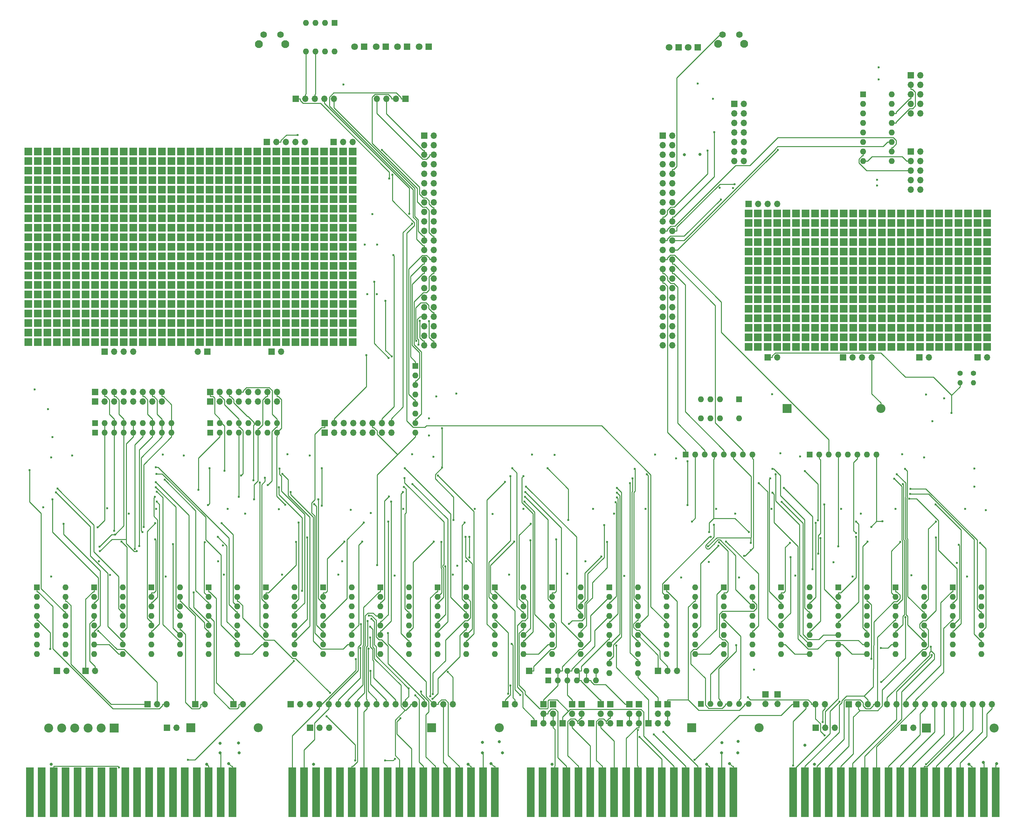
<source format=gbr>
G04 #@! TF.GenerationSoftware,KiCad,Pcbnew,(5.1.12)-1*
G04 #@! TF.CreationDate,2023-03-10T04:48:44+01:00*
G04 #@! TF.ProjectId,unibone,756e6962-6f6e-4652-9e6b-696361645f70,V1.0*
G04 #@! TF.SameCoordinates,Original*
G04 #@! TF.FileFunction,Copper,L4,Bot*
G04 #@! TF.FilePolarity,Positive*
%FSLAX46Y46*%
G04 Gerber Fmt 4.6, Leading zero omitted, Abs format (unit mm)*
G04 Created by KiCad (PCBNEW (5.1.12)-1) date 2023-03-10 04:48:44*
%MOMM*%
%LPD*%
G01*
G04 APERTURE LIST*
G04 #@! TA.AperFunction,ComponentPad*
%ADD10O,2.400000X2.400000*%
G04 #@! TD*
G04 #@! TA.AperFunction,ComponentPad*
%ADD11R,2.400000X2.400000*%
G04 #@! TD*
G04 #@! TA.AperFunction,ComponentPad*
%ADD12O,1.400000X1.400000*%
G04 #@! TD*
G04 #@! TA.AperFunction,ComponentPad*
%ADD13C,1.400000*%
G04 #@! TD*
G04 #@! TA.AperFunction,ComponentPad*
%ADD14C,2.100000*%
G04 #@! TD*
G04 #@! TA.AperFunction,ComponentPad*
%ADD15C,1.750000*%
G04 #@! TD*
G04 #@! TA.AperFunction,ComponentPad*
%ADD16O,1.700000X1.700000*%
G04 #@! TD*
G04 #@! TA.AperFunction,ComponentPad*
%ADD17R,1.700000X1.700000*%
G04 #@! TD*
G04 #@! TA.AperFunction,ComponentPad*
%ADD18C,2.400000*%
G04 #@! TD*
G04 #@! TA.AperFunction,ComponentPad*
%ADD19R,2.159000X2.159000*%
G04 #@! TD*
G04 #@! TA.AperFunction,ComponentPad*
%ADD20R,1.600000X1.600000*%
G04 #@! TD*
G04 #@! TA.AperFunction,ComponentPad*
%ADD21O,1.600000X1.600000*%
G04 #@! TD*
G04 #@! TA.AperFunction,ComponentPad*
%ADD22C,1.800000*%
G04 #@! TD*
G04 #@! TA.AperFunction,ComponentPad*
%ADD23R,1.800000X1.800000*%
G04 #@! TD*
G04 #@! TA.AperFunction,ConnectorPad*
%ADD24R,2.032000X13.208000*%
G04 #@! TD*
G04 #@! TA.AperFunction,ViaPad*
%ADD25C,0.600000*%
G04 #@! TD*
G04 #@! TA.AperFunction,ViaPad*
%ADD26C,0.800000*%
G04 #@! TD*
G04 #@! TA.AperFunction,Conductor*
%ADD27C,0.250000*%
G04 #@! TD*
G04 APERTURE END LIST*
D10*
X285035000Y-222250000D03*
D11*
X267035000Y-222250000D03*
D10*
X222505000Y-222220000D03*
D11*
X204505000Y-222220000D03*
D10*
X153290000Y-222220000D03*
D11*
X135290000Y-222220000D03*
D10*
X89155000Y-222220000D03*
D11*
X71155000Y-222220000D03*
D12*
X276006000Y-130272000D03*
D13*
X276006000Y-127732000D03*
D12*
X279562000Y-130272000D03*
D13*
X279562000Y-127732000D03*
D14*
X211510000Y-39925000D03*
D15*
X212760000Y-37435000D03*
X217260000Y-37435000D03*
D14*
X218520000Y-39925000D03*
D16*
X200660000Y-207010000D03*
X198120000Y-207010000D03*
D17*
X195580000Y-207010000D03*
D16*
X224190000Y-215870000D03*
D17*
X224190000Y-213330000D03*
D16*
X227365000Y-215870000D03*
D17*
X227365000Y-213330000D03*
D16*
X263560000Y-222220000D03*
D17*
X261020000Y-222220000D03*
D16*
X67345000Y-222220000D03*
D17*
X64805000Y-222220000D03*
D18*
X33300000Y-222250000D03*
X36800000Y-222250000D03*
X40300000Y-222250000D03*
X43800000Y-222250000D03*
X47300000Y-222250000D03*
D11*
X50800000Y-222250000D03*
D16*
X218440000Y-71120000D03*
X215900000Y-71120000D03*
X218440000Y-68580000D03*
X215900000Y-68580000D03*
X218440000Y-66040000D03*
X215900000Y-66040000D03*
X218440000Y-63500000D03*
X215900000Y-63500000D03*
X218440000Y-60960000D03*
X215900000Y-60960000D03*
X218440000Y-58420000D03*
X215900000Y-58420000D03*
X218440000Y-55880000D03*
D17*
X215900000Y-55880000D03*
D19*
X250098000Y-87630000D03*
X247558000Y-87630000D03*
X245018000Y-87630000D03*
X247558000Y-90170000D03*
X250098000Y-90170000D03*
X245018000Y-90170000D03*
X245018000Y-92710000D03*
X247558000Y-92710000D03*
X245018000Y-95250000D03*
X250098000Y-92710000D03*
X247558000Y-95250000D03*
X250098000Y-95250000D03*
X247558000Y-97790000D03*
X245018000Y-97790000D03*
X250098000Y-97790000D03*
X245018000Y-100330000D03*
X247558000Y-100330000D03*
X250098000Y-100330000D03*
X247558000Y-102870000D03*
X245018000Y-102870000D03*
X250098000Y-102870000D03*
X250098000Y-107950000D03*
X250098000Y-105410000D03*
X245018000Y-105410000D03*
X245018000Y-107950000D03*
X247558000Y-107950000D03*
X247558000Y-105410000D03*
X247558000Y-110490000D03*
X245018000Y-110490000D03*
X250098000Y-110490000D03*
X245018000Y-113030000D03*
X250098000Y-113030000D03*
X247558000Y-113030000D03*
X250098000Y-115570000D03*
X245018000Y-115570000D03*
X247558000Y-115570000D03*
X250098000Y-118110000D03*
X247558000Y-85090000D03*
X247558000Y-118110000D03*
X245018000Y-85090000D03*
X250098000Y-85090000D03*
X245018000Y-118110000D03*
X247558000Y-120650000D03*
X245018000Y-120650000D03*
X250098000Y-120650000D03*
X242478000Y-87630000D03*
X239938000Y-87630000D03*
X237398000Y-87630000D03*
X234858000Y-87630000D03*
X232318000Y-87630000D03*
X234858000Y-90170000D03*
X237398000Y-90170000D03*
X232318000Y-90170000D03*
X232318000Y-92710000D03*
X234858000Y-92710000D03*
X239938000Y-90170000D03*
X242478000Y-90170000D03*
X239938000Y-92710000D03*
X242478000Y-92710000D03*
X232318000Y-95250000D03*
X237398000Y-92710000D03*
X234858000Y-95250000D03*
X242478000Y-95250000D03*
X239938000Y-95250000D03*
X237398000Y-95250000D03*
X234858000Y-97790000D03*
X232318000Y-97790000D03*
X237398000Y-97790000D03*
X232318000Y-100330000D03*
X234858000Y-100330000D03*
X239938000Y-100330000D03*
X242478000Y-100330000D03*
X237398000Y-100330000D03*
X242478000Y-97790000D03*
X239938000Y-97790000D03*
X242478000Y-102870000D03*
X234858000Y-102870000D03*
X232318000Y-102870000D03*
X239938000Y-102870000D03*
X237398000Y-102870000D03*
X237398000Y-107950000D03*
X237398000Y-105410000D03*
X232318000Y-105410000D03*
X239938000Y-105410000D03*
X232318000Y-107950000D03*
X242478000Y-107950000D03*
X234858000Y-107950000D03*
X242478000Y-105410000D03*
X234858000Y-105410000D03*
X242478000Y-110490000D03*
X234858000Y-110490000D03*
X232318000Y-110490000D03*
X237398000Y-110490000D03*
X232318000Y-113030000D03*
X239938000Y-107950000D03*
X239938000Y-110490000D03*
X237398000Y-113030000D03*
X234858000Y-113030000D03*
X242478000Y-113030000D03*
X237398000Y-115570000D03*
X239938000Y-113030000D03*
X232318000Y-115570000D03*
X234858000Y-115570000D03*
X237398000Y-118110000D03*
X234858000Y-85090000D03*
X242478000Y-85090000D03*
X234858000Y-118110000D03*
X232318000Y-85090000D03*
X239938000Y-85090000D03*
X237398000Y-85090000D03*
X239938000Y-118110000D03*
X242478000Y-118110000D03*
X232318000Y-118110000D03*
X242478000Y-115570000D03*
X239938000Y-115570000D03*
X239938000Y-120650000D03*
X242478000Y-120650000D03*
X234858000Y-120650000D03*
X232318000Y-120650000D03*
X237398000Y-120650000D03*
D16*
X94107000Y-135255000D03*
X91567000Y-135255000D03*
X89027000Y-135255000D03*
X86487000Y-135255000D03*
X83947000Y-135255000D03*
X81407000Y-135255000D03*
X78867000Y-135255000D03*
D17*
X76327000Y-135255000D03*
D16*
X124587000Y-143510000D03*
X122047000Y-143510000D03*
X119507000Y-143510000D03*
X116967000Y-143510000D03*
X114427000Y-143510000D03*
X111887000Y-143510000D03*
X109347000Y-143510000D03*
D17*
X106807000Y-143510000D03*
D16*
X63500000Y-135255000D03*
X60960000Y-135255000D03*
X58420000Y-135255000D03*
X55880000Y-135255000D03*
X53340000Y-135255000D03*
X50800000Y-135255000D03*
X48260000Y-135255000D03*
D17*
X45720000Y-135255000D03*
D16*
X199390000Y-120264000D03*
X196850000Y-120264000D03*
X199390000Y-117724000D03*
X196850000Y-117724000D03*
X199390000Y-115184000D03*
X196850000Y-115184000D03*
X199390000Y-112644000D03*
X196850000Y-112644000D03*
X199390000Y-110104000D03*
X196850000Y-110104000D03*
X199390000Y-107564000D03*
X196850000Y-107564000D03*
X199390000Y-105024000D03*
X196850000Y-105024000D03*
X199390000Y-102484000D03*
X196850000Y-102484000D03*
X199390000Y-99944000D03*
X196850000Y-99944000D03*
X199390000Y-97404000D03*
X196850000Y-97404000D03*
X199390000Y-94864000D03*
X196850000Y-94864000D03*
X199390000Y-92324000D03*
X196850000Y-92324000D03*
X199390000Y-89784000D03*
X196850000Y-89784000D03*
X199390000Y-87244000D03*
X196850000Y-87244000D03*
X199390000Y-84704000D03*
X196850000Y-84704000D03*
X199390000Y-82164000D03*
X196850000Y-82164000D03*
X199390000Y-79624000D03*
X196850000Y-79624000D03*
X199390000Y-77084000D03*
X196850000Y-77084000D03*
X199390000Y-74544000D03*
X196850000Y-74544000D03*
X199390000Y-72004000D03*
X196850000Y-72004000D03*
X199390000Y-69464000D03*
X196850000Y-69464000D03*
X199390000Y-66924000D03*
X196850000Y-66924000D03*
X199390000Y-64384000D03*
D17*
X196850000Y-64384000D03*
D16*
X135890000Y-120244000D03*
X133350000Y-120244000D03*
X135890000Y-117704000D03*
X133350000Y-117704000D03*
X135890000Y-115164000D03*
X133350000Y-115164000D03*
X135890000Y-112624000D03*
X133350000Y-112624000D03*
X135890000Y-110084000D03*
X133350000Y-110084000D03*
X135890000Y-107544000D03*
X133350000Y-107544000D03*
X135890000Y-105004000D03*
X133350000Y-105004000D03*
X135890000Y-102464000D03*
X133350000Y-102464000D03*
X135890000Y-99924000D03*
X133350000Y-99924000D03*
X135890000Y-97384000D03*
X133350000Y-97384000D03*
X135890000Y-94844000D03*
X133350000Y-94844000D03*
X135890000Y-92304000D03*
X133350000Y-92304000D03*
X135890000Y-89764000D03*
X133350000Y-89764000D03*
X135890000Y-87224000D03*
X133350000Y-87224000D03*
X135890000Y-84684000D03*
X133350000Y-84684000D03*
X135890000Y-82144000D03*
X133350000Y-82144000D03*
X135890000Y-79604000D03*
X133350000Y-79604000D03*
X135890000Y-77064000D03*
X133350000Y-77064000D03*
X135890000Y-74524000D03*
X133350000Y-74524000D03*
X135890000Y-71984000D03*
X133350000Y-71984000D03*
X135890000Y-69444000D03*
X133350000Y-69444000D03*
X135890000Y-66904000D03*
X133350000Y-66904000D03*
X135890000Y-64364000D03*
D17*
X133350000Y-64364000D03*
D20*
X217170000Y-134620000D03*
D21*
X207010000Y-139700000D03*
X212090000Y-134620000D03*
X209550000Y-139700000D03*
X209550000Y-134620000D03*
X212090000Y-139700000D03*
X207010000Y-134620000D03*
X217170000Y-139700000D03*
D16*
X227330000Y-123444000D03*
D17*
X224790000Y-123444000D03*
D21*
X109474000Y-41910000D03*
X101854000Y-34290000D03*
X106934000Y-41910000D03*
X104394000Y-34290000D03*
X104394000Y-41910000D03*
X106934000Y-34290000D03*
X101854000Y-41910000D03*
D20*
X109474000Y-34290000D03*
D10*
X254905000Y-137130000D03*
D11*
X229905000Y-137130000D03*
D16*
X175260000Y-218440000D03*
D17*
X175260000Y-215900000D03*
D16*
X38100000Y-207010000D03*
D17*
X35560000Y-207010000D03*
D16*
X45720000Y-207010000D03*
D17*
X43180000Y-207010000D03*
D16*
X165100000Y-218440000D03*
D17*
X165100000Y-215900000D03*
D16*
X167640000Y-218440000D03*
D17*
X167640000Y-215900000D03*
D16*
X172720000Y-218440000D03*
D17*
X172720000Y-215900000D03*
D16*
X180340000Y-218440000D03*
D17*
X180340000Y-215900000D03*
D16*
X182880000Y-218440000D03*
D17*
X182880000Y-215900000D03*
D16*
X198120000Y-218440000D03*
D17*
X198120000Y-215900000D03*
D16*
X195580000Y-218440000D03*
D17*
X195580000Y-215900000D03*
D16*
X187960000Y-218440000D03*
D17*
X187960000Y-215900000D03*
D16*
X73025000Y-121920000D03*
D17*
X75565000Y-121920000D03*
D16*
X95250000Y-121920000D03*
D17*
X92710000Y-121920000D03*
D16*
X85090000Y-215900000D03*
D17*
X82550000Y-215900000D03*
D16*
X190500000Y-218440000D03*
D17*
X190500000Y-215900000D03*
D16*
X157480000Y-215900000D03*
D17*
X154940000Y-215900000D03*
X265176000Y-123444000D03*
D16*
X267716000Y-123444000D03*
D17*
X280670000Y-123444000D03*
D16*
X283210000Y-123444000D03*
X74930000Y-215900000D03*
D17*
X72390000Y-215900000D03*
D16*
X182880000Y-220980000D03*
X180340000Y-220980000D03*
D17*
X177800000Y-220980000D03*
D16*
X167640000Y-220980000D03*
X165100000Y-220980000D03*
D17*
X162560000Y-220980000D03*
D16*
X175260000Y-220980000D03*
X172720000Y-220980000D03*
D17*
X170180000Y-220980000D03*
D16*
X198120000Y-220980000D03*
X195580000Y-220980000D03*
D17*
X193040000Y-220980000D03*
D16*
X190500000Y-220980000D03*
X187960000Y-220980000D03*
D17*
X185420000Y-220980000D03*
D16*
X107985000Y-222220000D03*
X105445000Y-222220000D03*
D17*
X102905000Y-222220000D03*
X59690000Y-215900000D03*
D16*
X62230000Y-215900000D03*
X64770000Y-215900000D03*
X114300000Y-66040000D03*
X111760000Y-66040000D03*
D17*
X109220000Y-66040000D03*
D16*
X242605000Y-222220000D03*
X240065000Y-222220000D03*
D17*
X237525000Y-222220000D03*
D16*
X240030000Y-215900000D03*
X237490000Y-215900000D03*
X234950000Y-215900000D03*
D17*
X232410000Y-215900000D03*
D16*
X120685000Y-54580000D03*
X123225000Y-54580000D03*
X125765000Y-54580000D03*
D17*
X128305000Y-54580000D03*
X244856000Y-123444000D03*
D16*
X247396000Y-123444000D03*
X249936000Y-123444000D03*
X252476000Y-123444000D03*
X55880000Y-121920000D03*
X53340000Y-121920000D03*
X50800000Y-121920000D03*
D17*
X48260000Y-121920000D03*
X219710000Y-82550000D03*
D16*
X222250000Y-82550000D03*
X224790000Y-82550000D03*
X227330000Y-82550000D03*
X109255000Y-54580000D03*
X106715000Y-54580000D03*
X104175000Y-54580000D03*
X101635000Y-54580000D03*
D17*
X99095000Y-54580000D03*
D16*
X101600000Y-66040000D03*
X99060000Y-66040000D03*
X96520000Y-66040000D03*
X93980000Y-66040000D03*
D17*
X91440000Y-66040000D03*
D16*
X94107000Y-132715000D03*
X91567000Y-132715000D03*
X89027000Y-132715000D03*
X86487000Y-132715000D03*
X83947000Y-132715000D03*
X81407000Y-132715000D03*
X78867000Y-132715000D03*
D17*
X76327000Y-132715000D03*
D16*
X63500000Y-132715000D03*
X60960000Y-132715000D03*
X58420000Y-132715000D03*
X55880000Y-132715000D03*
X53340000Y-132715000D03*
X50800000Y-132715000D03*
X48260000Y-132715000D03*
D17*
X45720000Y-132715000D03*
D16*
X124587000Y-140970000D03*
X122047000Y-140970000D03*
X119507000Y-140970000D03*
X116967000Y-140970000D03*
X114427000Y-140970000D03*
X111887000Y-140970000D03*
X109347000Y-140970000D03*
D17*
X106807000Y-140970000D03*
D16*
X284480000Y-215900000D03*
X281940000Y-215900000D03*
X279400000Y-215900000D03*
X276860000Y-215900000D03*
X274320000Y-215900000D03*
X271780000Y-215900000D03*
X269240000Y-215900000D03*
X266700000Y-215900000D03*
X264160000Y-215900000D03*
X261620000Y-215900000D03*
X259080000Y-215900000D03*
X256540000Y-215900000D03*
X254000000Y-215900000D03*
X251460000Y-215900000D03*
X248920000Y-215900000D03*
D17*
X246380000Y-215900000D03*
D16*
X140970000Y-215900000D03*
X138430000Y-215900000D03*
X135890000Y-215900000D03*
X133350000Y-215900000D03*
X130810000Y-215900000D03*
X128270000Y-215900000D03*
X125730000Y-215900000D03*
X123190000Y-215900000D03*
X120650000Y-215900000D03*
X118110000Y-215900000D03*
X115570000Y-215900000D03*
X113030000Y-215900000D03*
X110490000Y-215900000D03*
X107950000Y-215900000D03*
X105410000Y-215900000D03*
X102870000Y-215900000D03*
X100330000Y-215900000D03*
D17*
X97790000Y-215900000D03*
D16*
X265430000Y-58420000D03*
X262890000Y-58420000D03*
X265430000Y-55880000D03*
X262890000Y-55880000D03*
X265430000Y-53340000D03*
X262890000Y-53340000D03*
X265430000Y-50800000D03*
X262890000Y-50800000D03*
X265430000Y-48260000D03*
D17*
X262890000Y-48260000D03*
D16*
X265430000Y-78740000D03*
X262890000Y-78740000D03*
X265430000Y-76200000D03*
X262890000Y-76200000D03*
X265430000Y-73660000D03*
X262890000Y-73660000D03*
X265430000Y-71120000D03*
X262890000Y-71120000D03*
X265430000Y-68580000D03*
D17*
X262890000Y-68580000D03*
D22*
X198536000Y-40864000D03*
D23*
X201076000Y-40864000D03*
D22*
X114808000Y-40640000D03*
D23*
X117348000Y-40640000D03*
D22*
X120523000Y-40640000D03*
D23*
X123063000Y-40640000D03*
D22*
X126238000Y-40640000D03*
D23*
X128778000Y-40640000D03*
D22*
X131953000Y-40640000D03*
D23*
X134493000Y-40640000D03*
D22*
X203616000Y-40864000D03*
D23*
X206156000Y-40864000D03*
D21*
X68280000Y-184780000D03*
X60660000Y-202560000D03*
X68280000Y-187320000D03*
X60660000Y-200020000D03*
X68280000Y-189860000D03*
X60660000Y-197480000D03*
X68280000Y-192400000D03*
X60660000Y-194940000D03*
X68280000Y-194940000D03*
X60660000Y-192400000D03*
X68280000Y-197480000D03*
X60660000Y-189860000D03*
X68280000Y-200020000D03*
X60660000Y-187320000D03*
X68280000Y-202560000D03*
D20*
X60660000Y-184780000D03*
D21*
X266400000Y-184780000D03*
X258780000Y-202560000D03*
X266400000Y-187320000D03*
X258780000Y-200020000D03*
X266400000Y-189860000D03*
X258780000Y-197480000D03*
X266400000Y-192400000D03*
X258780000Y-194940000D03*
X266400000Y-194940000D03*
X258780000Y-192400000D03*
X266400000Y-197480000D03*
X258780000Y-189860000D03*
X266400000Y-200020000D03*
X258780000Y-187320000D03*
X266400000Y-202560000D03*
D20*
X258780000Y-184780000D03*
D21*
X114000000Y-184780000D03*
X106380000Y-202560000D03*
X114000000Y-187320000D03*
X106380000Y-200020000D03*
X114000000Y-189860000D03*
X106380000Y-197480000D03*
X114000000Y-192400000D03*
X106380000Y-194940000D03*
X114000000Y-194940000D03*
X106380000Y-192400000D03*
X114000000Y-197480000D03*
X106380000Y-189860000D03*
X114000000Y-200020000D03*
X106380000Y-187320000D03*
X114000000Y-202560000D03*
D20*
X106380000Y-184780000D03*
D21*
X281640000Y-184780000D03*
X274020000Y-202560000D03*
X281640000Y-187320000D03*
X274020000Y-200020000D03*
X281640000Y-189860000D03*
X274020000Y-197480000D03*
X281640000Y-192400000D03*
X274020000Y-194940000D03*
X281640000Y-194940000D03*
X274020000Y-192400000D03*
X281640000Y-197480000D03*
X274020000Y-189860000D03*
X281640000Y-200020000D03*
X274020000Y-187320000D03*
X281640000Y-202560000D03*
D20*
X274020000Y-184780000D03*
D21*
X129240000Y-184780000D03*
X121620000Y-202560000D03*
X129240000Y-187320000D03*
X121620000Y-200020000D03*
X129240000Y-189860000D03*
X121620000Y-197480000D03*
X129240000Y-192400000D03*
X121620000Y-194940000D03*
X129240000Y-194940000D03*
X121620000Y-192400000D03*
X129240000Y-197480000D03*
X121620000Y-189860000D03*
X129240000Y-200020000D03*
X121620000Y-187320000D03*
X129240000Y-202560000D03*
D20*
X121620000Y-184780000D03*
D21*
X235920000Y-184780000D03*
X228300000Y-202560000D03*
X235920000Y-187320000D03*
X228300000Y-200020000D03*
X235920000Y-189860000D03*
X228300000Y-197480000D03*
X235920000Y-192400000D03*
X228300000Y-194940000D03*
X235920000Y-194940000D03*
X228300000Y-192400000D03*
X235920000Y-197480000D03*
X228300000Y-189860000D03*
X235920000Y-200020000D03*
X228300000Y-187320000D03*
X235920000Y-202560000D03*
D20*
X228300000Y-184780000D03*
D21*
X251160000Y-184780000D03*
X243540000Y-202560000D03*
X251160000Y-187320000D03*
X243540000Y-200020000D03*
X251160000Y-189860000D03*
X243540000Y-197480000D03*
X251160000Y-192400000D03*
X243540000Y-194940000D03*
X251160000Y-194940000D03*
X243540000Y-192400000D03*
X251160000Y-197480000D03*
X243540000Y-189860000D03*
X251160000Y-200020000D03*
X243540000Y-187320000D03*
X251160000Y-202560000D03*
D20*
X243540000Y-184780000D03*
D21*
X98760000Y-184780000D03*
X91140000Y-202560000D03*
X98760000Y-187320000D03*
X91140000Y-200020000D03*
X98760000Y-189860000D03*
X91140000Y-197480000D03*
X98760000Y-192400000D03*
X91140000Y-194940000D03*
X98760000Y-194940000D03*
X91140000Y-192400000D03*
X98760000Y-197480000D03*
X91140000Y-189860000D03*
X98760000Y-200020000D03*
X91140000Y-187320000D03*
X98760000Y-202560000D03*
D20*
X91140000Y-184780000D03*
D21*
X83520000Y-184780000D03*
X75900000Y-202560000D03*
X83520000Y-187320000D03*
X75900000Y-200020000D03*
X83520000Y-189860000D03*
X75900000Y-197480000D03*
X83520000Y-192400000D03*
X75900000Y-194940000D03*
X83520000Y-194940000D03*
X75900000Y-192400000D03*
X83520000Y-197480000D03*
X75900000Y-189860000D03*
X83520000Y-200020000D03*
X75900000Y-187320000D03*
X83520000Y-202560000D03*
D20*
X75900000Y-184780000D03*
D21*
X159720000Y-184780000D03*
X152100000Y-202560000D03*
X159720000Y-187320000D03*
X152100000Y-200020000D03*
X159720000Y-189860000D03*
X152100000Y-197480000D03*
X159720000Y-192400000D03*
X152100000Y-194940000D03*
X159720000Y-194940000D03*
X152100000Y-192400000D03*
X159720000Y-197480000D03*
X152100000Y-189860000D03*
X159720000Y-200020000D03*
X152100000Y-187320000D03*
X159720000Y-202560000D03*
D20*
X152100000Y-184780000D03*
D21*
X174960000Y-184780000D03*
X167340000Y-202560000D03*
X174960000Y-187320000D03*
X167340000Y-200020000D03*
X174960000Y-189860000D03*
X167340000Y-197480000D03*
X174960000Y-192400000D03*
X167340000Y-194940000D03*
X174960000Y-194940000D03*
X167340000Y-192400000D03*
X174960000Y-197480000D03*
X167340000Y-189860000D03*
X174960000Y-200020000D03*
X167340000Y-187320000D03*
X174960000Y-202560000D03*
D20*
X167340000Y-184780000D03*
D21*
X205440000Y-184780000D03*
X197820000Y-202560000D03*
X205440000Y-187320000D03*
X197820000Y-200020000D03*
X205440000Y-189860000D03*
X197820000Y-197480000D03*
X205440000Y-192400000D03*
X197820000Y-194940000D03*
X205440000Y-194940000D03*
X197820000Y-192400000D03*
X205440000Y-197480000D03*
X197820000Y-189860000D03*
X205440000Y-200020000D03*
X197820000Y-187320000D03*
X205440000Y-202560000D03*
D20*
X197820000Y-184780000D03*
D21*
X37800000Y-184780000D03*
X30180000Y-202560000D03*
X37800000Y-187320000D03*
X30180000Y-200020000D03*
X37800000Y-189860000D03*
X30180000Y-197480000D03*
X37800000Y-192400000D03*
X30180000Y-194940000D03*
X37800000Y-194940000D03*
X30180000Y-192400000D03*
X37800000Y-197480000D03*
X30180000Y-189860000D03*
X37800000Y-200020000D03*
X30180000Y-187320000D03*
X37800000Y-202560000D03*
D20*
X30180000Y-184780000D03*
D21*
X53040000Y-184780000D03*
X45420000Y-202560000D03*
X53040000Y-187320000D03*
X45420000Y-200020000D03*
X53040000Y-189860000D03*
X45420000Y-197480000D03*
X53040000Y-192400000D03*
X45420000Y-194940000D03*
X53040000Y-194940000D03*
X45420000Y-192400000D03*
X53040000Y-197480000D03*
X45420000Y-189860000D03*
X53040000Y-200020000D03*
X45420000Y-187320000D03*
X53040000Y-202560000D03*
D20*
X45420000Y-184780000D03*
D21*
X257810000Y-53340000D03*
X250190000Y-71120000D03*
X257810000Y-55880000D03*
X250190000Y-68580000D03*
X257810000Y-58420000D03*
X250190000Y-66040000D03*
X257810000Y-60960000D03*
X250190000Y-63500000D03*
X257810000Y-63500000D03*
X250190000Y-60960000D03*
X257810000Y-66040000D03*
X250190000Y-58420000D03*
X257810000Y-68580000D03*
X250190000Y-55880000D03*
X257810000Y-71120000D03*
D20*
X250190000Y-53340000D03*
D21*
X220680000Y-184780000D03*
X213060000Y-202560000D03*
X220680000Y-187320000D03*
X213060000Y-200020000D03*
X220680000Y-189860000D03*
X213060000Y-197480000D03*
X220680000Y-192400000D03*
X213060000Y-194940000D03*
X220680000Y-194940000D03*
X213060000Y-192400000D03*
X220680000Y-197480000D03*
X213060000Y-189860000D03*
X220680000Y-200020000D03*
X213060000Y-187320000D03*
X220680000Y-202560000D03*
D20*
X213060000Y-184780000D03*
D21*
X144480000Y-184780000D03*
X136860000Y-202560000D03*
X144480000Y-187320000D03*
X136860000Y-200020000D03*
X144480000Y-189860000D03*
X136860000Y-197480000D03*
X144480000Y-192400000D03*
X136860000Y-194940000D03*
X144480000Y-194940000D03*
X136860000Y-192400000D03*
X144480000Y-197480000D03*
X136860000Y-189860000D03*
X144480000Y-200020000D03*
X136860000Y-187320000D03*
X144480000Y-202560000D03*
D20*
X136860000Y-184780000D03*
D21*
X190200000Y-184780000D03*
X182580000Y-207640000D03*
X190200000Y-187320000D03*
X182580000Y-205100000D03*
X190200000Y-189860000D03*
X182580000Y-202560000D03*
X190200000Y-192400000D03*
X182580000Y-200020000D03*
X190200000Y-194940000D03*
X182580000Y-197480000D03*
X190200000Y-197480000D03*
X182580000Y-194940000D03*
X190200000Y-200020000D03*
X182580000Y-192400000D03*
X190200000Y-202560000D03*
X182580000Y-189860000D03*
X190200000Y-205100000D03*
X182580000Y-187320000D03*
X190200000Y-207640000D03*
D20*
X182580000Y-184780000D03*
D21*
X179070000Y-207010000D03*
X176530000Y-207010000D03*
X173990000Y-207010000D03*
X171450000Y-207010000D03*
X168910000Y-207010000D03*
D20*
X166370000Y-207010000D03*
D21*
X179070000Y-209550000D03*
X176530000Y-209550000D03*
X173990000Y-209550000D03*
X171450000Y-209550000D03*
X168910000Y-209550000D03*
D20*
X166370000Y-209550000D03*
D21*
X219710000Y-215870000D03*
X217170000Y-215870000D03*
X214630000Y-215870000D03*
X212090000Y-215870000D03*
X209550000Y-215870000D03*
D20*
X207010000Y-215870000D03*
D21*
X94107000Y-140970000D03*
X91567000Y-140970000D03*
X89027000Y-140970000D03*
X86487000Y-140970000D03*
X83947000Y-140970000D03*
X81407000Y-140970000D03*
X78867000Y-140970000D03*
D20*
X76327000Y-140970000D03*
D21*
X253746000Y-149352000D03*
X251206000Y-149352000D03*
X248666000Y-149352000D03*
X246126000Y-149352000D03*
X243586000Y-149352000D03*
X241046000Y-149352000D03*
X238506000Y-149352000D03*
D20*
X235966000Y-149352000D03*
D21*
X94107000Y-143510000D03*
X91567000Y-143510000D03*
X89027000Y-143510000D03*
X86487000Y-143510000D03*
X83947000Y-143510000D03*
X81407000Y-143510000D03*
X78867000Y-143510000D03*
D20*
X76327000Y-143510000D03*
D21*
X130937000Y-143510000D03*
X130937000Y-140970000D03*
X130937000Y-138430000D03*
X130937000Y-135890000D03*
X130937000Y-133350000D03*
X130937000Y-130810000D03*
X130937000Y-128270000D03*
D20*
X130937000Y-125730000D03*
D21*
X220726000Y-149352000D03*
X218186000Y-149352000D03*
X215646000Y-149352000D03*
X213106000Y-149352000D03*
X210566000Y-149352000D03*
X208026000Y-149352000D03*
X205486000Y-149352000D03*
D20*
X202946000Y-149352000D03*
D21*
X66040000Y-140970000D03*
X63500000Y-140970000D03*
X60960000Y-140970000D03*
X58420000Y-140970000D03*
X55880000Y-140970000D03*
X53340000Y-140970000D03*
X50800000Y-140970000D03*
X48260000Y-140970000D03*
D20*
X45720000Y-140970000D03*
D21*
X66040000Y-143510000D03*
X63500000Y-143510000D03*
X60960000Y-143510000D03*
X58420000Y-143510000D03*
X55880000Y-143510000D03*
X53340000Y-143510000D03*
X50800000Y-143510000D03*
X48260000Y-143510000D03*
D20*
X45720000Y-143510000D03*
D19*
X40640000Y-68580000D03*
X106680000Y-68580000D03*
X58420000Y-68580000D03*
X114300000Y-68580000D03*
X71120000Y-68580000D03*
X43180000Y-68580000D03*
X81280000Y-68580000D03*
X111760000Y-68580000D03*
X91440000Y-68580000D03*
X66040000Y-68580000D03*
X63500000Y-68580000D03*
X27940000Y-68580000D03*
X99060000Y-68580000D03*
X45720000Y-68580000D03*
X109220000Y-68580000D03*
X88900000Y-68580000D03*
X101600000Y-68580000D03*
X38100000Y-68580000D03*
X30480000Y-68580000D03*
X35560000Y-68580000D03*
X53340000Y-68580000D03*
X50800000Y-68580000D03*
X60960000Y-68580000D03*
X48260000Y-68580000D03*
X83820000Y-68580000D03*
X86360000Y-68580000D03*
X73660000Y-68580000D03*
X96520000Y-68580000D03*
X93980000Y-68580000D03*
X78740000Y-68580000D03*
X104140000Y-68580000D03*
X76200000Y-68580000D03*
X68580000Y-68580000D03*
X55880000Y-68580000D03*
X33020000Y-68580000D03*
X60960000Y-71120000D03*
X48260000Y-71120000D03*
X78740000Y-71120000D03*
X40640000Y-71120000D03*
X76200000Y-71120000D03*
X83820000Y-71120000D03*
X106680000Y-71120000D03*
X71120000Y-71120000D03*
X35560000Y-71120000D03*
X43180000Y-71120000D03*
X81280000Y-71120000D03*
X93980000Y-71120000D03*
X58420000Y-71120000D03*
X109220000Y-71120000D03*
X73660000Y-71120000D03*
X68580000Y-71120000D03*
X50800000Y-71120000D03*
X55880000Y-71120000D03*
X91440000Y-71120000D03*
X66040000Y-71120000D03*
X63500000Y-71120000D03*
X88900000Y-71120000D03*
X114300000Y-71120000D03*
X104140000Y-71120000D03*
X45720000Y-71120000D03*
X53340000Y-71120000D03*
X27940000Y-71120000D03*
X111760000Y-71120000D03*
X101600000Y-71120000D03*
X86360000Y-71120000D03*
X38100000Y-71120000D03*
X33020000Y-71120000D03*
X99060000Y-71120000D03*
X96520000Y-71120000D03*
X30480000Y-71120000D03*
X60960000Y-73660000D03*
X78740000Y-73660000D03*
X48260000Y-73660000D03*
X40640000Y-73660000D03*
X76200000Y-73660000D03*
X83820000Y-73660000D03*
X106680000Y-73660000D03*
X71120000Y-73660000D03*
X35560000Y-73660000D03*
X27940000Y-73660000D03*
X43180000Y-73660000D03*
X111760000Y-73660000D03*
X93980000Y-73660000D03*
X81280000Y-73660000D03*
X58420000Y-73660000D03*
X109220000Y-73660000D03*
X73660000Y-73660000D03*
X50800000Y-73660000D03*
X55880000Y-73660000D03*
X91440000Y-73660000D03*
X66040000Y-73660000D03*
X68580000Y-73660000D03*
X33020000Y-73660000D03*
X63500000Y-73660000D03*
X88900000Y-73660000D03*
X101600000Y-73660000D03*
X96520000Y-73660000D03*
X114300000Y-73660000D03*
X104140000Y-73660000D03*
X99060000Y-73660000D03*
X45720000Y-73660000D03*
X86360000Y-73660000D03*
X53340000Y-73660000D03*
X38100000Y-73660000D03*
X30480000Y-73660000D03*
X60960000Y-76200000D03*
X78740000Y-76200000D03*
X48260000Y-76200000D03*
X101600000Y-76200000D03*
X55880000Y-76200000D03*
X40640000Y-76200000D03*
X66040000Y-76200000D03*
X76200000Y-76200000D03*
X45720000Y-76200000D03*
X96520000Y-76200000D03*
X71120000Y-76200000D03*
X91440000Y-76200000D03*
X68580000Y-76200000D03*
X35560000Y-76200000D03*
X27940000Y-76200000D03*
X114300000Y-76200000D03*
X43180000Y-76200000D03*
X111760000Y-76200000D03*
X63500000Y-76200000D03*
X83820000Y-76200000D03*
X33020000Y-76200000D03*
X93980000Y-76200000D03*
X109220000Y-76200000D03*
X99060000Y-76200000D03*
X86360000Y-76200000D03*
X50800000Y-76200000D03*
X73660000Y-76200000D03*
X81280000Y-76200000D03*
X58420000Y-76200000D03*
X106680000Y-76200000D03*
X104140000Y-76200000D03*
X88900000Y-76200000D03*
X53340000Y-76200000D03*
X38100000Y-76200000D03*
X30480000Y-76200000D03*
X60960000Y-78740000D03*
X48260000Y-78740000D03*
X101600000Y-78740000D03*
X55880000Y-78740000D03*
X78740000Y-78740000D03*
X40640000Y-78740000D03*
X66040000Y-78740000D03*
X76200000Y-78740000D03*
X45720000Y-78740000D03*
X96520000Y-78740000D03*
X71120000Y-78740000D03*
X106680000Y-78740000D03*
X91440000Y-78740000D03*
X68580000Y-78740000D03*
X104140000Y-78740000D03*
X35560000Y-78740000D03*
X50800000Y-78740000D03*
X27940000Y-78740000D03*
X114300000Y-78740000D03*
X43180000Y-78740000D03*
X111760000Y-78740000D03*
X88900000Y-78740000D03*
X63500000Y-78740000D03*
X83820000Y-78740000D03*
X33020000Y-78740000D03*
X38100000Y-78740000D03*
X93980000Y-78740000D03*
X81280000Y-78740000D03*
X30480000Y-78740000D03*
X58420000Y-78740000D03*
X109220000Y-78740000D03*
X73660000Y-78740000D03*
X53340000Y-78740000D03*
X86360000Y-78740000D03*
X99060000Y-78740000D03*
X60960000Y-81280000D03*
X38100000Y-81280000D03*
X48260000Y-81280000D03*
X88900000Y-81280000D03*
X50800000Y-81280000D03*
X78740000Y-81280000D03*
X33020000Y-81280000D03*
X76200000Y-81280000D03*
X114300000Y-81280000D03*
X63500000Y-81280000D03*
X83820000Y-81280000D03*
X40640000Y-81280000D03*
X68580000Y-81280000D03*
X71120000Y-81280000D03*
X66040000Y-81280000D03*
X35560000Y-81280000D03*
X45720000Y-81280000D03*
X43180000Y-81280000D03*
X106680000Y-81280000D03*
X91440000Y-81280000D03*
X111760000Y-81280000D03*
X96520000Y-81280000D03*
X55880000Y-81280000D03*
X101600000Y-81280000D03*
X27940000Y-81280000D03*
X104140000Y-81280000D03*
X30480000Y-81280000D03*
X58420000Y-81280000D03*
X109220000Y-81280000D03*
X73660000Y-81280000D03*
X53340000Y-81280000D03*
X86360000Y-81280000D03*
X99060000Y-81280000D03*
X93980000Y-81280000D03*
X81280000Y-81280000D03*
X48260000Y-83820000D03*
X60960000Y-83820000D03*
X50800000Y-83820000D03*
X78740000Y-83820000D03*
X88900000Y-83820000D03*
X33020000Y-83820000D03*
X38100000Y-83820000D03*
X76200000Y-83820000D03*
X114300000Y-83820000D03*
X53340000Y-83820000D03*
X63500000Y-83820000D03*
X83820000Y-83820000D03*
X40640000Y-83820000D03*
X68580000Y-83820000D03*
X71120000Y-83820000D03*
X93980000Y-83820000D03*
X66040000Y-83820000D03*
X101600000Y-83820000D03*
X35560000Y-83820000D03*
X43180000Y-83820000D03*
X27940000Y-83820000D03*
X86360000Y-83820000D03*
X45720000Y-83820000D03*
X96520000Y-83820000D03*
X91440000Y-83820000D03*
X104140000Y-83820000D03*
X81280000Y-83820000D03*
X106680000Y-83820000D03*
X30480000Y-83820000D03*
X58420000Y-83820000D03*
X109220000Y-83820000D03*
X55880000Y-83820000D03*
X99060000Y-83820000D03*
X73660000Y-83820000D03*
X111760000Y-83820000D03*
X63500000Y-86360000D03*
X40640000Y-86360000D03*
X48260000Y-86360000D03*
X114300000Y-86360000D03*
X60960000Y-86360000D03*
X83820000Y-86360000D03*
X38100000Y-86360000D03*
X76200000Y-86360000D03*
X66040000Y-86360000D03*
X35560000Y-86360000D03*
X50800000Y-86360000D03*
X93980000Y-86360000D03*
X71120000Y-86360000D03*
X101600000Y-86360000D03*
X53340000Y-86360000D03*
X68580000Y-86360000D03*
X88900000Y-86360000D03*
X78740000Y-86360000D03*
X43180000Y-86360000D03*
X33020000Y-86360000D03*
X27940000Y-86360000D03*
X86360000Y-86360000D03*
X45720000Y-86360000D03*
X81280000Y-86360000D03*
X30480000Y-86360000D03*
X58420000Y-86360000D03*
X109220000Y-86360000D03*
X96520000Y-86360000D03*
X55880000Y-86360000D03*
X99060000Y-86360000D03*
X106680000Y-86360000D03*
X73660000Y-86360000D03*
X91440000Y-86360000D03*
X104140000Y-86360000D03*
X111760000Y-86360000D03*
X45720000Y-88900000D03*
X63500000Y-88900000D03*
X48260000Y-88900000D03*
X40640000Y-88900000D03*
X58420000Y-88900000D03*
X43180000Y-88900000D03*
X114300000Y-88900000D03*
X81280000Y-88900000D03*
X60960000Y-88900000D03*
X96520000Y-88900000D03*
X83820000Y-88900000D03*
X55880000Y-88900000D03*
X38100000Y-88900000D03*
X109220000Y-88900000D03*
X99060000Y-88900000D03*
X76200000Y-88900000D03*
X106680000Y-88900000D03*
X66040000Y-88900000D03*
X35560000Y-88900000D03*
X50800000Y-88900000D03*
X33020000Y-88900000D03*
X104140000Y-88900000D03*
X93980000Y-88900000D03*
X71120000Y-88900000D03*
X101600000Y-88900000D03*
X91440000Y-88900000D03*
X53340000Y-88900000D03*
X68580000Y-88900000D03*
X30480000Y-88900000D03*
X86360000Y-88900000D03*
X73660000Y-88900000D03*
X27940000Y-88900000D03*
X88900000Y-88900000D03*
X111760000Y-88900000D03*
X78740000Y-88900000D03*
X43180000Y-91440000D03*
X114300000Y-91440000D03*
X81280000Y-91440000D03*
X63500000Y-91440000D03*
X109220000Y-91440000D03*
X48260000Y-91440000D03*
X96520000Y-91440000D03*
X83820000Y-91440000D03*
X55880000Y-91440000D03*
X58420000Y-91440000D03*
X60960000Y-91440000D03*
X45720000Y-91440000D03*
X38100000Y-91440000D03*
X40640000Y-91440000D03*
X76200000Y-91440000D03*
X106680000Y-91440000D03*
X99060000Y-91440000D03*
X66040000Y-91440000D03*
X50800000Y-91440000D03*
X104140000Y-91440000D03*
X93980000Y-91440000D03*
X71120000Y-91440000D03*
X91440000Y-91440000D03*
X53340000Y-91440000D03*
X35560000Y-91440000D03*
X101600000Y-91440000D03*
X68580000Y-91440000D03*
X30480000Y-91440000D03*
X86360000Y-91440000D03*
X33020000Y-91440000D03*
X73660000Y-91440000D03*
X78740000Y-91440000D03*
X27940000Y-91440000D03*
X88900000Y-91440000D03*
X111760000Y-91440000D03*
X43180000Y-93980000D03*
X30480000Y-93980000D03*
X35560000Y-93980000D03*
X114300000Y-93980000D03*
X93980000Y-93980000D03*
X86360000Y-93980000D03*
X81280000Y-93980000D03*
X33020000Y-93980000D03*
X63500000Y-93980000D03*
X73660000Y-93980000D03*
X40640000Y-93980000D03*
X101600000Y-93980000D03*
X76200000Y-93980000D03*
X106680000Y-93980000D03*
X71120000Y-93980000D03*
X109220000Y-93980000D03*
X78740000Y-93980000D03*
X48260000Y-93980000D03*
X27940000Y-93980000D03*
X91440000Y-93980000D03*
X96520000Y-93980000D03*
X83820000Y-93980000D03*
X104140000Y-93980000D03*
X111760000Y-93980000D03*
X45720000Y-93980000D03*
X99060000Y-93980000D03*
X38100000Y-93980000D03*
X66040000Y-93980000D03*
X88900000Y-93980000D03*
X53340000Y-93980000D03*
X55880000Y-93980000D03*
X60960000Y-93980000D03*
X50800000Y-93980000D03*
X58420000Y-93980000D03*
X68580000Y-93980000D03*
X88900000Y-96520000D03*
X68580000Y-96520000D03*
X60960000Y-96520000D03*
X50800000Y-96520000D03*
X58420000Y-96520000D03*
X53340000Y-96520000D03*
X55880000Y-96520000D03*
X66040000Y-96520000D03*
X76200000Y-96520000D03*
X109220000Y-96520000D03*
X106680000Y-96520000D03*
X96520000Y-96520000D03*
X104140000Y-96520000D03*
X111760000Y-96520000D03*
X43180000Y-96520000D03*
X33020000Y-96520000D03*
X45720000Y-96520000D03*
X30480000Y-96520000D03*
X27940000Y-96520000D03*
X114300000Y-96520000D03*
X63500000Y-96520000D03*
X71120000Y-96520000D03*
X73660000Y-96520000D03*
X35560000Y-96520000D03*
X38100000Y-96520000D03*
X48260000Y-96520000D03*
X40640000Y-96520000D03*
X101600000Y-96520000D03*
X99060000Y-96520000D03*
X93980000Y-96520000D03*
X86360000Y-96520000D03*
X83820000Y-96520000D03*
X91440000Y-96520000D03*
X81280000Y-96520000D03*
X78740000Y-96520000D03*
X27940000Y-109220000D03*
X27940000Y-104140000D03*
X27940000Y-116840000D03*
X27940000Y-101600000D03*
X27940000Y-106680000D03*
X27940000Y-99060000D03*
X27940000Y-114300000D03*
X27940000Y-111760000D03*
X27940000Y-119380000D03*
X30480000Y-119380000D03*
X30480000Y-109220000D03*
X33020000Y-106680000D03*
X33020000Y-116840000D03*
X33020000Y-109220000D03*
X33020000Y-119380000D03*
X33020000Y-101600000D03*
X33020000Y-104140000D03*
X33020000Y-111760000D03*
X33020000Y-114300000D03*
X30480000Y-99060000D03*
X30480000Y-114300000D03*
X30480000Y-106680000D03*
X30480000Y-104140000D03*
X30480000Y-116840000D03*
X30480000Y-111760000D03*
X33020000Y-99060000D03*
X30480000Y-101600000D03*
X43180000Y-114300000D03*
X35560000Y-119380000D03*
X45720000Y-106680000D03*
X43180000Y-119380000D03*
X45720000Y-116840000D03*
X45720000Y-104140000D03*
X43180000Y-104140000D03*
X43180000Y-106680000D03*
X45720000Y-114300000D03*
X45720000Y-109220000D03*
X43180000Y-116840000D03*
X45720000Y-119380000D03*
X45720000Y-99060000D03*
X35560000Y-109220000D03*
X43180000Y-99060000D03*
X40640000Y-111760000D03*
X38100000Y-106680000D03*
X40640000Y-116840000D03*
X38100000Y-109220000D03*
X38100000Y-119380000D03*
X48260000Y-116840000D03*
X48260000Y-111760000D03*
X48260000Y-109220000D03*
X48260000Y-104140000D03*
X48260000Y-99060000D03*
X48260000Y-119380000D03*
X48260000Y-101600000D03*
X38100000Y-101600000D03*
X40640000Y-109220000D03*
X38100000Y-104140000D03*
X38100000Y-116840000D03*
X40640000Y-119380000D03*
X40640000Y-104140000D03*
X40640000Y-114300000D03*
X38100000Y-114300000D03*
X48260000Y-106680000D03*
X38100000Y-111760000D03*
X48260000Y-114300000D03*
X40640000Y-99060000D03*
X35560000Y-99060000D03*
X38100000Y-99060000D03*
X35560000Y-104140000D03*
X35560000Y-111760000D03*
X35560000Y-101600000D03*
X43180000Y-109220000D03*
X45720000Y-111760000D03*
X35560000Y-114300000D03*
X40640000Y-101600000D03*
X43180000Y-101600000D03*
X43180000Y-111760000D03*
X45720000Y-101600000D03*
X35560000Y-106680000D03*
X40640000Y-106680000D03*
X35560000Y-116840000D03*
X73660000Y-111760000D03*
X73660000Y-104140000D03*
X73660000Y-101600000D03*
X73660000Y-114300000D03*
X73660000Y-116840000D03*
X73660000Y-106680000D03*
X73660000Y-109220000D03*
X73660000Y-119380000D03*
X73660000Y-99060000D03*
X71120000Y-116840000D03*
X71120000Y-101600000D03*
X71120000Y-111760000D03*
X71120000Y-106680000D03*
X71120000Y-104140000D03*
X71120000Y-114300000D03*
X71120000Y-99060000D03*
X71120000Y-109220000D03*
X71120000Y-119380000D03*
X55880000Y-116840000D03*
X53340000Y-106680000D03*
X55880000Y-111760000D03*
X53340000Y-109220000D03*
X53340000Y-119380000D03*
X63500000Y-116840000D03*
X63500000Y-111760000D03*
X63500000Y-109220000D03*
X63500000Y-104140000D03*
X63500000Y-99060000D03*
X63500000Y-119380000D03*
X63500000Y-114300000D03*
X63500000Y-101600000D03*
X66040000Y-116840000D03*
X66040000Y-106680000D03*
X53340000Y-101600000D03*
X55880000Y-109220000D03*
X53340000Y-104140000D03*
X66040000Y-109220000D03*
X53340000Y-111760000D03*
X55880000Y-99060000D03*
X66040000Y-104140000D03*
X66040000Y-99060000D03*
X66040000Y-114300000D03*
X55880000Y-114300000D03*
X53340000Y-114300000D03*
X63500000Y-106680000D03*
X66040000Y-101600000D03*
X53340000Y-116840000D03*
X66040000Y-119380000D03*
X66040000Y-111760000D03*
X55880000Y-119380000D03*
X55880000Y-104140000D03*
X58420000Y-101600000D03*
X55880000Y-106680000D03*
X50800000Y-116840000D03*
X50800000Y-101600000D03*
X58420000Y-109220000D03*
X60960000Y-111760000D03*
X58420000Y-111760000D03*
X50800000Y-111760000D03*
X50800000Y-106680000D03*
X50800000Y-114300000D03*
X55880000Y-101600000D03*
X60960000Y-101600000D03*
X53340000Y-99060000D03*
X50800000Y-104140000D03*
X50800000Y-99060000D03*
X60960000Y-106680000D03*
X60960000Y-104140000D03*
X58420000Y-104140000D03*
X60960000Y-116840000D03*
X58420000Y-106680000D03*
X58420000Y-119380000D03*
X60960000Y-114300000D03*
X60960000Y-109220000D03*
X58420000Y-116840000D03*
X60960000Y-119380000D03*
X50800000Y-109220000D03*
X60960000Y-99060000D03*
X58420000Y-99060000D03*
X68580000Y-111760000D03*
X68580000Y-109220000D03*
X68580000Y-116840000D03*
X68580000Y-99060000D03*
X58420000Y-114300000D03*
X50800000Y-119380000D03*
X68580000Y-101600000D03*
X68580000Y-119380000D03*
X68580000Y-114300000D03*
X68580000Y-104140000D03*
X68580000Y-106680000D03*
X88900000Y-116840000D03*
X88900000Y-111760000D03*
X88900000Y-109220000D03*
X88900000Y-104140000D03*
X88900000Y-99060000D03*
X88900000Y-119380000D03*
X88900000Y-114300000D03*
X88900000Y-101600000D03*
X88900000Y-106680000D03*
X91440000Y-119380000D03*
X91440000Y-114300000D03*
X91440000Y-116840000D03*
X91440000Y-109220000D03*
X91440000Y-99060000D03*
X91440000Y-101600000D03*
X91440000Y-111760000D03*
X91440000Y-106680000D03*
X91440000Y-104140000D03*
X78740000Y-111760000D03*
X78740000Y-104140000D03*
X78740000Y-101600000D03*
X78740000Y-114300000D03*
X81280000Y-99060000D03*
X81280000Y-109220000D03*
X78740000Y-116840000D03*
X81280000Y-114300000D03*
X81280000Y-116840000D03*
X78740000Y-106680000D03*
X81280000Y-111760000D03*
X78740000Y-109220000D03*
X78740000Y-119380000D03*
X78740000Y-99060000D03*
X81280000Y-119380000D03*
X81280000Y-101600000D03*
X81280000Y-106680000D03*
X81280000Y-104140000D03*
X76200000Y-116840000D03*
X76200000Y-101600000D03*
X76200000Y-111760000D03*
X76200000Y-106680000D03*
X76200000Y-104140000D03*
X76200000Y-114300000D03*
X76200000Y-99060000D03*
X83820000Y-111760000D03*
X83820000Y-109220000D03*
X83820000Y-101600000D03*
X86360000Y-101600000D03*
X86360000Y-111760000D03*
X86360000Y-106680000D03*
X86360000Y-104140000D03*
X83820000Y-104140000D03*
X86360000Y-116840000D03*
X83820000Y-106680000D03*
X83820000Y-119380000D03*
X83820000Y-114300000D03*
X86360000Y-114300000D03*
X86360000Y-109220000D03*
X76200000Y-109220000D03*
X76200000Y-119380000D03*
X83820000Y-116840000D03*
X86360000Y-99060000D03*
X83820000Y-99060000D03*
X86360000Y-119380000D03*
X93980000Y-119380000D03*
X93980000Y-114300000D03*
X93980000Y-116840000D03*
X93980000Y-111760000D03*
X93980000Y-109220000D03*
X93980000Y-99060000D03*
X93980000Y-101600000D03*
X93980000Y-106680000D03*
X93980000Y-104140000D03*
X99060000Y-116840000D03*
X99060000Y-111760000D03*
X99060000Y-109220000D03*
X99060000Y-104140000D03*
X99060000Y-99060000D03*
X99060000Y-119380000D03*
X99060000Y-114300000D03*
X99060000Y-101600000D03*
X99060000Y-106680000D03*
X101600000Y-119380000D03*
X101600000Y-114300000D03*
X101600000Y-116840000D03*
X101600000Y-109220000D03*
X101600000Y-99060000D03*
X101600000Y-101600000D03*
X101600000Y-111760000D03*
X101600000Y-106680000D03*
X101600000Y-104140000D03*
X96520000Y-101600000D03*
X96520000Y-111760000D03*
X96520000Y-106680000D03*
X96520000Y-104140000D03*
X96520000Y-116840000D03*
X96520000Y-114300000D03*
X96520000Y-109220000D03*
X96520000Y-99060000D03*
X96520000Y-119380000D03*
X104140000Y-119380000D03*
X104140000Y-114300000D03*
X104140000Y-116840000D03*
X104140000Y-111760000D03*
X104140000Y-109220000D03*
X104140000Y-99060000D03*
X104140000Y-101600000D03*
X104140000Y-106680000D03*
X104140000Y-104140000D03*
X106680000Y-119380000D03*
X106680000Y-114300000D03*
X106680000Y-116840000D03*
X106680000Y-109220000D03*
X106680000Y-99060000D03*
X106680000Y-101600000D03*
X106680000Y-111760000D03*
X106680000Y-106680000D03*
X106680000Y-104140000D03*
X109220000Y-119380000D03*
X109220000Y-114300000D03*
X109220000Y-116840000D03*
X109220000Y-111760000D03*
X109220000Y-109220000D03*
X109220000Y-99060000D03*
X109220000Y-101600000D03*
X109220000Y-106680000D03*
X109220000Y-104140000D03*
X111760000Y-119380000D03*
X111760000Y-114300000D03*
X111760000Y-116840000D03*
X111760000Y-111760000D03*
X111760000Y-109220000D03*
X111760000Y-99060000D03*
X111760000Y-101600000D03*
X111760000Y-106680000D03*
X111760000Y-104140000D03*
X114300000Y-119380000D03*
X257718000Y-120650000D03*
X272958000Y-120650000D03*
X265338000Y-120650000D03*
X252638000Y-120650000D03*
X229778000Y-120650000D03*
X255178000Y-120650000D03*
X219664000Y-120650000D03*
X275544000Y-120650000D03*
X222158000Y-120650000D03*
X227284000Y-120650000D03*
X262798000Y-120650000D03*
X267924000Y-120650000D03*
X260258000Y-120650000D03*
X280624000Y-120650000D03*
X278084000Y-120650000D03*
X283210000Y-120650000D03*
X224744000Y-120650000D03*
X270418000Y-120650000D03*
X278084000Y-85090000D03*
X280624000Y-85090000D03*
X283210000Y-85090000D03*
X252638000Y-85090000D03*
X227284000Y-85090000D03*
X229778000Y-85090000D03*
X222158000Y-85090000D03*
X219664000Y-85090000D03*
X224744000Y-85090000D03*
X257718000Y-85090000D03*
X255178000Y-85090000D03*
X265338000Y-85090000D03*
X262798000Y-85090000D03*
X272958000Y-85090000D03*
X270418000Y-85090000D03*
X267924000Y-85090000D03*
X275544000Y-85090000D03*
X260258000Y-85090000D03*
X255178000Y-118110000D03*
X262798000Y-118110000D03*
X283210000Y-118110000D03*
X272958000Y-118110000D03*
X260258000Y-118110000D03*
X270418000Y-118110000D03*
X227284000Y-118110000D03*
X265338000Y-118110000D03*
X224744000Y-118110000D03*
X219664000Y-118110000D03*
X275544000Y-118110000D03*
X229778000Y-118110000D03*
X280624000Y-118110000D03*
X252638000Y-118110000D03*
X267924000Y-118110000D03*
X222158000Y-118110000D03*
X278084000Y-118110000D03*
X257718000Y-118110000D03*
X275544000Y-115570000D03*
X224744000Y-115570000D03*
X262798000Y-115570000D03*
X272958000Y-115570000D03*
X227284000Y-115570000D03*
X260258000Y-115570000D03*
X255178000Y-115570000D03*
X283210000Y-115570000D03*
X270418000Y-115570000D03*
X265338000Y-115570000D03*
X219664000Y-115570000D03*
X229778000Y-115570000D03*
X280624000Y-115570000D03*
X252638000Y-115570000D03*
X267924000Y-115570000D03*
X222158000Y-115570000D03*
X278084000Y-115570000D03*
X257718000Y-115570000D03*
X283210000Y-113030000D03*
X265338000Y-113030000D03*
X219664000Y-113030000D03*
X229778000Y-113030000D03*
X260258000Y-113030000D03*
X262798000Y-113030000D03*
X255178000Y-113030000D03*
X275544000Y-113030000D03*
X280624000Y-113030000D03*
X252638000Y-113030000D03*
X267924000Y-113030000D03*
X270418000Y-113030000D03*
X272958000Y-113030000D03*
X224744000Y-113030000D03*
X227284000Y-113030000D03*
X257718000Y-113030000D03*
X278084000Y-113030000D03*
X222158000Y-113030000D03*
X265338000Y-110490000D03*
X278084000Y-110490000D03*
X219664000Y-110490000D03*
X262798000Y-110490000D03*
X255178000Y-110490000D03*
X224744000Y-110490000D03*
X252638000Y-110490000D03*
X229778000Y-110490000D03*
X227284000Y-110490000D03*
X283210000Y-110490000D03*
X267924000Y-110490000D03*
X280624000Y-110490000D03*
X257718000Y-110490000D03*
X272958000Y-110490000D03*
X275544000Y-110490000D03*
X270418000Y-110490000D03*
X260258000Y-110490000D03*
X222158000Y-110490000D03*
X260258000Y-107950000D03*
X267924000Y-107950000D03*
X272958000Y-107950000D03*
X222158000Y-107950000D03*
X227284000Y-107950000D03*
X270418000Y-107950000D03*
X265338000Y-107950000D03*
X280624000Y-107950000D03*
X283210000Y-107950000D03*
X229778000Y-107950000D03*
X224744000Y-107950000D03*
X278084000Y-107950000D03*
X252638000Y-107950000D03*
X255178000Y-107950000D03*
X262798000Y-107950000D03*
X257718000Y-107950000D03*
X275544000Y-107950000D03*
X219664000Y-107950000D03*
X283210000Y-105410000D03*
X260258000Y-105410000D03*
X280624000Y-105410000D03*
X265338000Y-105410000D03*
X270418000Y-105410000D03*
X272958000Y-105410000D03*
X267924000Y-105410000D03*
X222158000Y-105410000D03*
X227284000Y-105410000D03*
X278084000Y-105410000D03*
X255178000Y-105410000D03*
X252638000Y-105410000D03*
X262798000Y-105410000D03*
X257718000Y-105410000D03*
X229778000Y-105410000D03*
X275544000Y-105410000D03*
X224744000Y-105410000D03*
X219664000Y-105410000D03*
X260258000Y-102870000D03*
X283210000Y-102870000D03*
X224744000Y-102870000D03*
X262798000Y-102870000D03*
X257718000Y-102870000D03*
X227284000Y-102870000D03*
X219664000Y-102870000D03*
X270418000Y-102870000D03*
X272958000Y-102870000D03*
X280624000Y-102870000D03*
X265338000Y-102870000D03*
X255178000Y-102870000D03*
X222158000Y-102870000D03*
X252638000Y-102870000D03*
X267924000Y-102870000D03*
X278084000Y-102870000D03*
X229778000Y-102870000D03*
X275544000Y-102870000D03*
X272958000Y-100330000D03*
X219664000Y-100330000D03*
X224744000Y-100330000D03*
X262798000Y-100330000D03*
X280624000Y-100330000D03*
X270418000Y-100330000D03*
X260258000Y-100330000D03*
X255178000Y-100330000D03*
X283210000Y-100330000D03*
X229778000Y-100330000D03*
X222158000Y-100330000D03*
X275544000Y-100330000D03*
X252638000Y-100330000D03*
X267924000Y-100330000D03*
X227284000Y-100330000D03*
X257718000Y-100330000D03*
X278084000Y-100330000D03*
X265338000Y-100330000D03*
X260258000Y-97790000D03*
X255178000Y-97790000D03*
X222158000Y-97790000D03*
X278084000Y-97790000D03*
X257718000Y-97790000D03*
X270418000Y-97790000D03*
X283210000Y-97790000D03*
X229778000Y-97790000D03*
X275544000Y-97790000D03*
X265338000Y-97790000D03*
X267924000Y-97790000D03*
X262798000Y-97790000D03*
X252638000Y-97790000D03*
X280624000Y-97790000D03*
X227284000Y-97790000D03*
X219664000Y-97790000D03*
X224744000Y-97790000D03*
X272958000Y-97790000D03*
X270418000Y-95250000D03*
X283210000Y-95250000D03*
X229778000Y-95250000D03*
X275544000Y-95250000D03*
X267924000Y-95250000D03*
X222158000Y-95250000D03*
X280624000Y-95250000D03*
X260258000Y-95250000D03*
X278084000Y-95250000D03*
X265338000Y-95250000D03*
X252638000Y-95250000D03*
X255178000Y-95250000D03*
X262798000Y-95250000D03*
X257718000Y-95250000D03*
X227284000Y-95250000D03*
X219664000Y-95250000D03*
X272958000Y-95250000D03*
X224744000Y-95250000D03*
X257718000Y-92710000D03*
X227284000Y-92710000D03*
X262798000Y-92710000D03*
X219664000Y-92710000D03*
X280624000Y-92710000D03*
X265338000Y-92710000D03*
X267924000Y-92710000D03*
X224744000Y-92710000D03*
X222158000Y-92710000D03*
X278084000Y-92710000D03*
X252638000Y-92710000D03*
X255178000Y-92710000D03*
X272958000Y-92710000D03*
X260258000Y-92710000D03*
X229778000Y-92710000D03*
X275544000Y-92710000D03*
X270418000Y-92710000D03*
X283210000Y-92710000D03*
X280624000Y-90170000D03*
X278084000Y-90170000D03*
X257718000Y-90170000D03*
X255178000Y-90170000D03*
X252638000Y-90170000D03*
X222158000Y-90170000D03*
X229778000Y-90170000D03*
X224744000Y-90170000D03*
X219664000Y-90170000D03*
X267924000Y-90170000D03*
X265338000Y-90170000D03*
X262798000Y-90170000D03*
X260258000Y-90170000D03*
X227284000Y-90170000D03*
X272958000Y-90170000D03*
X270418000Y-90170000D03*
X275544000Y-90170000D03*
X283210000Y-90170000D03*
X283210000Y-87630000D03*
X280624000Y-87630000D03*
X278084000Y-87630000D03*
X114300000Y-116840000D03*
X114300000Y-111760000D03*
X114300000Y-114300000D03*
X114300000Y-109220000D03*
X114300000Y-106680000D03*
X114300000Y-104140000D03*
X114300000Y-101600000D03*
X114300000Y-99060000D03*
X219664000Y-87630000D03*
X222158000Y-87630000D03*
X224744000Y-87630000D03*
X227284000Y-87630000D03*
X229778000Y-87630000D03*
X252638000Y-87630000D03*
X255178000Y-87630000D03*
X257718000Y-87630000D03*
X260258000Y-87630000D03*
X262798000Y-87630000D03*
X265338000Y-87630000D03*
X267924000Y-87630000D03*
X270418000Y-87630000D03*
X272958000Y-87630000D03*
X275544000Y-87630000D03*
D24*
X285500800Y-239390000D03*
X282325800Y-239390000D03*
X279150800Y-239390000D03*
X275975800Y-239390000D03*
X272800800Y-239390000D03*
X269625800Y-239390000D03*
X266450800Y-239390000D03*
X263275800Y-239390000D03*
X260100800Y-239390000D03*
X256925800Y-239390000D03*
X253750800Y-239390000D03*
X250575800Y-239390000D03*
X247400800Y-239390000D03*
X244225800Y-239390000D03*
X241050800Y-239390000D03*
X237875800Y-239390000D03*
X234700800Y-239390000D03*
X231525800Y-239390000D03*
X161675800Y-239390000D03*
X164850800Y-239390000D03*
X168025800Y-239390000D03*
X171200800Y-239390000D03*
X174375800Y-239390000D03*
X177550800Y-239390000D03*
X180725800Y-239390000D03*
X183900800Y-239390000D03*
X187075800Y-239390000D03*
X190250800Y-239390000D03*
X193425800Y-239390000D03*
X196600800Y-239390000D03*
X199775800Y-239390000D03*
X202950800Y-239390000D03*
X206125800Y-239390000D03*
X209300800Y-239390000D03*
X212475800Y-239390000D03*
X215650800Y-239390000D03*
X98175800Y-239390000D03*
X101350800Y-239390000D03*
X104525800Y-239390000D03*
X107700800Y-239390000D03*
X110875800Y-239390000D03*
X114050800Y-239390000D03*
X117225800Y-239390000D03*
X120400800Y-239390000D03*
X123575800Y-239390000D03*
X126750800Y-239390000D03*
X129925800Y-239390000D03*
X133100800Y-239390000D03*
X136275800Y-239390000D03*
X139450800Y-239390000D03*
X142625800Y-239390000D03*
X145800800Y-239390000D03*
X148975800Y-239390000D03*
X152150800Y-239390000D03*
X28325800Y-239390000D03*
X31500800Y-239390000D03*
X34675800Y-239390000D03*
X37850800Y-239390000D03*
X41025800Y-239390000D03*
X44200800Y-239390000D03*
X47375800Y-239390000D03*
X50550800Y-239390000D03*
X53725800Y-239390000D03*
X56900800Y-239390000D03*
X60075800Y-239390000D03*
X63250800Y-239390000D03*
X66425800Y-239390000D03*
X69600800Y-239390000D03*
X72775800Y-239390000D03*
X75950800Y-239390000D03*
X79125800Y-239390000D03*
X82300800Y-239390000D03*
D17*
X161290000Y-207010000D03*
D14*
X89301000Y-39950000D03*
D15*
X90551000Y-37460000D03*
X95051000Y-37460000D03*
D14*
X96311000Y-39950000D03*
D25*
X279816000Y-153132000D03*
X117510000Y-93442000D03*
X120812000Y-93442000D03*
X141859000Y-133096000D03*
X168021000Y-149479000D03*
X135763000Y-149987000D03*
X102870000Y-149606000D03*
X69342000Y-149606000D03*
X39624000Y-149606000D03*
X266446000Y-150114000D03*
X233426000Y-149860000D03*
X200406000Y-150368000D03*
X271780000Y-134366000D03*
X111795000Y-50770000D03*
X279816000Y-157958000D03*
X210220000Y-54580000D03*
X225968000Y-133320000D03*
X253878000Y-77694000D03*
X254289000Y-49373000D03*
X119542000Y-85314000D03*
X118145000Y-106650000D03*
X120685000Y-106650000D03*
X134620000Y-139705000D03*
X29626000Y-132050000D03*
X33182000Y-137257000D03*
X206156000Y-50516000D03*
X254289000Y-46198000D03*
X253878000Y-76170000D03*
X134620000Y-144272000D03*
X136529000Y-133862000D03*
X113792000Y-164084000D03*
X48895000Y-163703000D03*
X96867600Y-149258000D03*
X63754000Y-149352000D03*
X34036000Y-150114000D03*
X130079000Y-149321000D03*
X162052000Y-149352000D03*
X194818000Y-149352000D03*
X228169000Y-149021000D03*
X260548000Y-149296000D03*
X61976000Y-163830000D03*
X81026000Y-163830000D03*
X94615000Y-163957000D03*
X127762000Y-163830000D03*
X146812000Y-163830000D03*
X159766000Y-163830000D03*
X178308000Y-163830000D03*
X192278000Y-163830000D03*
X211074000Y-163830000D03*
X225806000Y-163830000D03*
X244348000Y-163830000D03*
X258826000Y-163830000D03*
X277368000Y-163830000D03*
X31877000Y-163449000D03*
X275156000Y-178234000D03*
X242316000Y-178054000D03*
X209130000Y-177966000D03*
X176276000Y-177800000D03*
X144526000Y-177800000D03*
X111506000Y-177800000D03*
X78486000Y-177800000D03*
X46736000Y-177800000D03*
X266954000Y-133350000D03*
X34036000Y-181864000D03*
X49657000Y-181483000D03*
X64516000Y-181864000D03*
X80010000Y-181356000D03*
X95504000Y-181356000D03*
X110490000Y-181356000D03*
X125476000Y-181610000D03*
X140970000Y-181356000D03*
X155956000Y-181356000D03*
X171450000Y-181102000D03*
X186563000Y-181737000D03*
X201691000Y-182103000D03*
X217170000Y-182118000D03*
X232156000Y-181610000D03*
X247396000Y-181864000D03*
X262983000Y-181517000D03*
X277876000Y-181864000D03*
D26*
X278384000Y-231902000D03*
X208534000Y-231902000D03*
X145034000Y-231902000D03*
X75438000Y-231902000D03*
X237236000Y-231902000D03*
X167386000Y-231902000D03*
X103886000Y-231902000D03*
X34036000Y-231902000D03*
D25*
X268640000Y-140462000D03*
X124006900Y-75794000D03*
X130097700Y-87793800D03*
X125089700Y-96156600D03*
X131820900Y-120038100D03*
X131195800Y-119093300D03*
X208761300Y-68373700D03*
X273725000Y-138296900D03*
X210513800Y-63412900D03*
X221142000Y-206726000D03*
X34325000Y-144750000D03*
X249555000Y-165100000D03*
X54656000Y-165100000D03*
X85672000Y-165100000D03*
X119052000Y-164920000D03*
X151511000Y-165227000D03*
X216154000Y-165100000D03*
X183822000Y-165100000D03*
X282829000Y-164211000D03*
D26*
X214630000Y-231775000D03*
X151130000Y-231775000D03*
X81280000Y-231775000D03*
X285750000Y-231775000D03*
D25*
X156281000Y-210903600D03*
X52068500Y-232758700D03*
X123640000Y-196980600D03*
X108211500Y-212889200D03*
X132477600Y-212543500D03*
X135580800Y-213174700D03*
X130910700Y-213540200D03*
X126929000Y-219652000D03*
X118897600Y-195274700D03*
X118243500Y-193760600D03*
X116466200Y-194548300D03*
X115117000Y-203894000D03*
X196944300Y-223279400D03*
X155647500Y-213104900D03*
X158881700Y-213441000D03*
X194475500Y-223985600D03*
X190674500Y-224647000D03*
X190250800Y-222782400D03*
X243867700Y-215264900D03*
X261372200Y-192701800D03*
X254963500Y-210018000D03*
X268469000Y-202793000D03*
X268191200Y-200623500D03*
X252327300Y-203846600D03*
X184436100Y-200252000D03*
X98632400Y-204360000D03*
X70437900Y-230725200D03*
X156583000Y-199868300D03*
X116316000Y-200906500D03*
X118492600Y-201121700D03*
X119022100Y-207005600D03*
X118878600Y-198124000D03*
X118566400Y-192252900D03*
X107349400Y-219160500D03*
X114944200Y-230933800D03*
X122919700Y-230933800D03*
X125493500Y-230493200D03*
X135485900Y-214495100D03*
X134902700Y-213810600D03*
X139542400Y-207299600D03*
X119224300Y-193113500D03*
X129127400Y-211643300D03*
X33776200Y-201197800D03*
X205309500Y-230734900D03*
X46525400Y-196331200D03*
X266924700Y-231877800D03*
X219481100Y-214058200D03*
X239892600Y-224222600D03*
X231527600Y-232258600D03*
X189323800Y-153171800D03*
X192546800Y-154577000D03*
X188749700Y-155702000D03*
X188122500Y-156953400D03*
X184596000Y-158251900D03*
X184592700Y-159512000D03*
X184593300Y-160791900D03*
X184271900Y-162061900D03*
X210483000Y-168051100D03*
X213700000Y-172532900D03*
X211758600Y-172710400D03*
X209587400Y-171323000D03*
X128172700Y-153034900D03*
X136925100Y-154930800D03*
X128100200Y-155670300D03*
X130209600Y-157228900D03*
X127882200Y-157969000D03*
X127622000Y-159363800D03*
X123949000Y-160535400D03*
X124492900Y-161915100D03*
X144100600Y-167476500D03*
X144314200Y-171257500D03*
X135853500Y-172588600D03*
X137886700Y-172647500D03*
X145333400Y-171323000D03*
X145333400Y-176791100D03*
X138876900Y-179153600D03*
X123713100Y-167221300D03*
X94798100Y-153127000D03*
X95565300Y-154513500D03*
X90935600Y-155584800D03*
X89556100Y-156854900D03*
X94637800Y-158124800D03*
X100817900Y-185670200D03*
X97731300Y-159384800D03*
X105086800Y-161280100D03*
X104001600Y-162550100D03*
X99885200Y-167512800D03*
X102147200Y-171432800D03*
X116783300Y-172587700D03*
X99193100Y-172675200D03*
X112090300Y-172587700D03*
X117232500Y-167522800D03*
X261294900Y-153171800D03*
X259137500Y-154577000D03*
X258421700Y-155776800D03*
X260763800Y-157257700D03*
X262781200Y-158471700D03*
X262649800Y-159854300D03*
X262461800Y-161171400D03*
X269493600Y-162695300D03*
X269513800Y-167195400D03*
X269511000Y-171432800D03*
X281305800Y-172900200D03*
X260062100Y-172675100D03*
X275602900Y-173391100D03*
X226014400Y-153171800D03*
X226898000Y-154587100D03*
X225390200Y-155702000D03*
X222406100Y-156963300D03*
X229043900Y-158232100D03*
X236659700Y-179902900D03*
X226036900Y-159511900D03*
X239793400Y-162677200D03*
X228495700Y-162002800D03*
X237536500Y-167583500D03*
X238836200Y-171670400D03*
X251306000Y-172587600D03*
X230654100Y-172900200D03*
X248318400Y-171323000D03*
X230817900Y-176718500D03*
X248311100Y-167266700D03*
X61862200Y-152722400D03*
X62050600Y-154513600D03*
X64199000Y-156066400D03*
X61862200Y-156761900D03*
X61896400Y-158115000D03*
X62138100Y-159240800D03*
X61568400Y-160655400D03*
X62077600Y-161915300D03*
X79365600Y-167637400D03*
X78327800Y-171313100D03*
X66389600Y-173264200D03*
X74916800Y-172729200D03*
X61693400Y-171948100D03*
X71952400Y-186098100D03*
X61693400Y-167688700D03*
X156725600Y-153041600D03*
X159724000Y-155112500D03*
X156285100Y-155148600D03*
X154821100Y-156672800D03*
X160421600Y-157897000D03*
X160239800Y-159378500D03*
X160151600Y-160655400D03*
X159977300Y-161915300D03*
X161648100Y-167825600D03*
X180500700Y-176558900D03*
X161555600Y-172265200D03*
X182031100Y-172620400D03*
X157259000Y-172593000D03*
X168469500Y-171959800D03*
X181196400Y-168152900D03*
X171840200Y-194514600D03*
X28277600Y-153556400D03*
X35693300Y-158456900D03*
X35230600Y-159455900D03*
X34338000Y-161268700D03*
X37292400Y-167785400D03*
X52749800Y-172593000D03*
X211998000Y-78276200D03*
X215554000Y-78329000D03*
D26*
X206756000Y-69342000D03*
X202600000Y-69464000D03*
D25*
X227430600Y-68132300D03*
X215979100Y-77318500D03*
X129314600Y-85227900D03*
X120005300Y-103343300D03*
X123832900Y-123596600D03*
X123013300Y-108350900D03*
X124652800Y-123197200D03*
X132096000Y-113700000D03*
X134563400Y-113783700D03*
X238166100Y-166886400D03*
X234686000Y-153761600D03*
X75720600Y-162794900D03*
X76141300Y-153035000D03*
X106020600Y-163010600D03*
X106020600Y-153035000D03*
X141121300Y-166769500D03*
X138091900Y-142329000D03*
X138091900Y-152866000D03*
X171693900Y-166832500D03*
X166159800Y-153035000D03*
X203408500Y-162803600D03*
X203408500Y-151114100D03*
X117871000Y-122884600D03*
X254897700Y-200910100D03*
X99633500Y-64153500D03*
X122091300Y-68200000D03*
X212278200Y-81374800D03*
X204608300Y-167191900D03*
X46334600Y-168783000D03*
X219720600Y-170043100D03*
X209187400Y-170053000D03*
X50800000Y-169719400D03*
X51008800Y-170678200D03*
X46898100Y-173890400D03*
X208875000Y-173863000D03*
X220243300Y-172900200D03*
X218454500Y-176340500D03*
X56814700Y-175133000D03*
X46965700Y-175133000D03*
X220229200Y-174826100D03*
X56294300Y-174513600D03*
X238177500Y-175758100D03*
X79752500Y-173621900D03*
X243586000Y-173863000D03*
X57481000Y-173787500D03*
X248253100Y-170309800D03*
X58294000Y-170050600D03*
X255321500Y-167146100D03*
X252334800Y-168684300D03*
X58597000Y-168696700D03*
X80137000Y-153668800D03*
X84587200Y-154949800D03*
X87876000Y-156211400D03*
X91662200Y-157489900D03*
X73228800Y-158789300D03*
X83947000Y-160655000D03*
X88002000Y-161299600D03*
X96290300Y-162726500D03*
X142124900Y-179001500D03*
X120823300Y-178800300D03*
X239417300Y-220679800D03*
X216351800Y-200194800D03*
D26*
X153289000Y-225933000D03*
X216916000Y-225806000D03*
X234696000Y-226822000D03*
X212598000Y-226187000D03*
X148844000Y-226060000D03*
X83846000Y-226213000D03*
X78994000Y-226314000D03*
X154178000Y-228854000D03*
X282194000Y-231394000D03*
X216789000Y-228854000D03*
X212471000Y-228854000D03*
X148844000Y-228854000D03*
X84074000Y-228854000D03*
X78994000Y-228854000D03*
D25*
X124822200Y-74795100D03*
X211627000Y-173647700D03*
D27*
X243540000Y-202560000D02*
X243540000Y-214420000D01*
X243540000Y-214420000D02*
X240065000Y-217895000D01*
X240065000Y-217895000D02*
X240065000Y-222220000D01*
X254905000Y-137130000D02*
X254905000Y-135604900D01*
X254905000Y-135604900D02*
X252476000Y-133175900D01*
X252476000Y-133175900D02*
X252476000Y-123444000D01*
X279150800Y-233548000D02*
X279150800Y-232460900D01*
X279150800Y-232460900D02*
X278942900Y-232460900D01*
X278942900Y-232460900D02*
X278384000Y-231902000D01*
X209300800Y-233548000D02*
X209300800Y-232460900D01*
X209300800Y-232460900D02*
X209092900Y-232460900D01*
X209092900Y-232460900D02*
X208534000Y-231902000D01*
X145801000Y-233548000D02*
X145801000Y-232460900D01*
X145801000Y-232460900D02*
X145592900Y-232460900D01*
X145592900Y-232460900D02*
X145034000Y-231902000D01*
X75951000Y-233548000D02*
X75951000Y-232460900D01*
X75951000Y-232460900D02*
X75438000Y-231947900D01*
X75438000Y-231947900D02*
X75438000Y-231902000D01*
X100270100Y-54580000D02*
X100270100Y-54947300D01*
X100270100Y-54947300D02*
X101077900Y-55755100D01*
X101077900Y-55755100D02*
X105687400Y-55755100D01*
X105687400Y-55755100D02*
X124006900Y-74074600D01*
X124006900Y-74074600D02*
X124006900Y-75794000D01*
X99095000Y-54580000D02*
X100270100Y-54580000D01*
X124587000Y-140970000D02*
X124587000Y-139794900D01*
X130097700Y-87793800D02*
X127674400Y-90217100D01*
X127674400Y-90217100D02*
X127674400Y-136707500D01*
X127674400Y-136707500D02*
X124587000Y-139794900D01*
X122047000Y-139794900D02*
X125277900Y-136564000D01*
X125277900Y-136564000D02*
X125277900Y-96344800D01*
X125277900Y-96344800D02*
X125089700Y-96156600D01*
X122047000Y-140970000D02*
X122047000Y-139794900D01*
X130937000Y-125730000D02*
X130937000Y-124604900D01*
X133350000Y-97384000D02*
X133350000Y-98559100D01*
X133350000Y-98559100D02*
X132982800Y-98559100D01*
X132982800Y-98559100D02*
X129661100Y-101880800D01*
X129661100Y-101880800D02*
X129661100Y-123329000D01*
X129661100Y-123329000D02*
X130937000Y-124604900D01*
X134714900Y-97384000D02*
X134714900Y-97018800D01*
X134714900Y-97018800D02*
X133941100Y-96245000D01*
X133941100Y-96245000D02*
X132812900Y-96245000D01*
X132812900Y-96245000D02*
X129160700Y-99897200D01*
X129160700Y-99897200D02*
X129160700Y-133269900D01*
X129160700Y-133269900D02*
X130655700Y-134764900D01*
X130655700Y-134764900D02*
X130937000Y-134764900D01*
X135890000Y-97384000D02*
X134714900Y-97384000D01*
X130937000Y-135890000D02*
X130937000Y-134764900D01*
X130937000Y-129684900D02*
X131218300Y-129684900D01*
X131218300Y-129684900D02*
X132062200Y-128841000D01*
X132062200Y-128841000D02*
X132062200Y-122197600D01*
X132062200Y-122197600D02*
X130120400Y-120255800D01*
X130120400Y-120255800D02*
X130120400Y-103961500D01*
X130120400Y-103961500D02*
X132982800Y-101099100D01*
X132982800Y-101099100D02*
X133350000Y-101099100D01*
X133350000Y-99924000D02*
X133350000Y-101099100D01*
X130937000Y-130810000D02*
X130937000Y-129684900D01*
X130937000Y-139844900D02*
X131218300Y-139844900D01*
X131218300Y-139844900D02*
X132541900Y-138521300D01*
X132541900Y-138521300D02*
X132541900Y-122040600D01*
X132541900Y-122040600D02*
X130570600Y-120069300D01*
X130570600Y-120069300D02*
X130570600Y-108652200D01*
X130570600Y-108652200D02*
X133043600Y-106179200D01*
X133043600Y-106179200D02*
X133930400Y-106179200D01*
X133930400Y-106179200D02*
X134620000Y-105489600D01*
X134620000Y-105489600D02*
X134620000Y-102003800D01*
X134620000Y-102003800D02*
X135524700Y-101099100D01*
X135524700Y-101099100D02*
X135890000Y-101099100D01*
X135890000Y-99924000D02*
X135890000Y-101099100D01*
X130937000Y-140970000D02*
X130937000Y-139844900D01*
X131820900Y-120038100D02*
X131820900Y-118834300D01*
X131820900Y-118834300D02*
X131470800Y-118484200D01*
X131470800Y-118484200D02*
X131470800Y-113328100D01*
X131470800Y-113328100D02*
X132174900Y-112624000D01*
X133350000Y-112624000D02*
X132174900Y-112624000D01*
X131195800Y-119093300D02*
X131020700Y-118918200D01*
X131020700Y-118918200D02*
X131020700Y-110271900D01*
X131020700Y-110271900D02*
X132383800Y-108908800D01*
X132383800Y-108908800D02*
X133839700Y-108908800D01*
X133839700Y-108908800D02*
X134525200Y-109594300D01*
X134525200Y-109594300D02*
X134525200Y-110449400D01*
X134525200Y-110449400D02*
X135524700Y-111448900D01*
X135524700Y-111448900D02*
X135890000Y-111448900D01*
X135890000Y-112624000D02*
X135890000Y-111448900D01*
X273725000Y-133578100D02*
X276006000Y-131297100D01*
X273725000Y-138296900D02*
X273725000Y-133578100D01*
X273725000Y-133578100D02*
X268882600Y-128735700D01*
X268882600Y-128735700D02*
X261379300Y-128735700D01*
X261379300Y-128735700D02*
X254912500Y-122268900D01*
X254912500Y-122268900D02*
X226772900Y-122268900D01*
X226772900Y-122268900D02*
X225965100Y-123076700D01*
X225965100Y-123076700D02*
X225965100Y-123444000D01*
X224790000Y-123444000D02*
X225965100Y-123444000D01*
X196850000Y-86068900D02*
X197217300Y-86068900D01*
X197217300Y-86068900D02*
X198025100Y-85261100D01*
X198025100Y-85261100D02*
X198025100Y-84368000D01*
X198025100Y-84368000D02*
X198959100Y-83434000D01*
X198959100Y-83434000D02*
X199862600Y-83434000D01*
X199862600Y-83434000D02*
X208761300Y-74535300D01*
X208761300Y-74535300D02*
X208761300Y-68373700D01*
X196850000Y-87244000D02*
X196850000Y-86068900D01*
X276006000Y-130272000D02*
X276006000Y-131297100D01*
X199390000Y-87244000D02*
X199390000Y-86068900D01*
X199390000Y-86068900D02*
X199757200Y-86068900D01*
X199757200Y-86068900D02*
X210513800Y-75312300D01*
X210513800Y-75312300D02*
X210513800Y-63412900D01*
X82301000Y-233548000D02*
X82301000Y-232460900D01*
X81280000Y-231775000D02*
X81965900Y-232460900D01*
X81965900Y-232460900D02*
X82301000Y-232460900D01*
X215650800Y-233548000D02*
X215650800Y-232460900D01*
X214630000Y-231775000D02*
X215315900Y-232460900D01*
X215315900Y-232460900D02*
X215650800Y-232460900D01*
X152151000Y-233548000D02*
X152151000Y-232460900D01*
X151130000Y-231775000D02*
X151815900Y-232460900D01*
X151815900Y-232460900D02*
X152151000Y-232460900D01*
X285750000Y-231775000D02*
X285500800Y-232024200D01*
X285500800Y-232024200D02*
X285500800Y-233548000D01*
X154940000Y-215900000D02*
X154940000Y-214724900D01*
X154940000Y-214724900D02*
X156281000Y-213383900D01*
X156281000Y-213383900D02*
X156281000Y-210903600D01*
X34676000Y-232460900D02*
X51770700Y-232460900D01*
X51770700Y-232460900D02*
X52068500Y-232758700D01*
X34676000Y-233548000D02*
X34676000Y-232460900D01*
X135890000Y-215900000D02*
X133784100Y-213794100D01*
X133784100Y-213794100D02*
X133784100Y-209886800D01*
X133784100Y-209886800D02*
X123640000Y-199742700D01*
X123640000Y-199742700D02*
X123640000Y-196980600D01*
X136107600Y-215900000D02*
X135890000Y-215900000D01*
X136107600Y-215900000D02*
X137065100Y-215900000D01*
X137065100Y-215900000D02*
X137065100Y-215534700D01*
X137065100Y-215534700D02*
X137875000Y-214724800D01*
X137875000Y-214724800D02*
X138967900Y-214724800D01*
X138967900Y-214724800D02*
X139700000Y-215456900D01*
X139700000Y-215456900D02*
X139700000Y-229534900D01*
X139700000Y-229534900D02*
X142626000Y-232460900D01*
X142626000Y-233548000D02*
X142626000Y-232460900D01*
X108211500Y-212889200D02*
X99057200Y-203734900D01*
X99057200Y-203734900D02*
X98274600Y-203734900D01*
X98274600Y-203734900D02*
X93363600Y-198823900D01*
X93363600Y-198823900D02*
X90881800Y-198823900D01*
X90881800Y-198823900D02*
X84934800Y-192876900D01*
X84934800Y-192876900D02*
X84934800Y-189626800D01*
X84934800Y-189626800D02*
X83753100Y-188445100D01*
X83753100Y-188445100D02*
X83520000Y-188445100D01*
X139451000Y-233548000D02*
X139451000Y-232460900D01*
X139451000Y-232460900D02*
X138430000Y-231439900D01*
X138430000Y-231439900D02*
X138430000Y-215900000D01*
X83520000Y-187320000D02*
X83520000Y-188445100D01*
X132477600Y-212543500D02*
X132477600Y-213133300D01*
X132477600Y-213133300D02*
X134525200Y-215180900D01*
X134525200Y-215180900D02*
X134525200Y-217910700D01*
X134525200Y-217910700D02*
X133764800Y-218671100D01*
X133764800Y-218671100D02*
X133764800Y-229949700D01*
X133764800Y-229949700D02*
X136276000Y-232460900D01*
X85090000Y-215900000D02*
X83914900Y-215900000D01*
X83914900Y-215900000D02*
X83914900Y-216707900D01*
X83914900Y-216707900D02*
X83547600Y-217075200D01*
X83547600Y-217075200D02*
X81533500Y-217075200D01*
X81533500Y-217075200D02*
X77314800Y-212856500D01*
X77314800Y-212856500D02*
X77314800Y-193814800D01*
X77314800Y-193814800D02*
X75900000Y-192400000D01*
X136276000Y-233548000D02*
X136276000Y-232460900D01*
X130910700Y-213540200D02*
X131997800Y-214627300D01*
X131997800Y-214627300D02*
X131997800Y-231357700D01*
X131997800Y-231357700D02*
X133101000Y-232460900D01*
X144480000Y-187320000D02*
X145620700Y-188460700D01*
X145620700Y-188460700D02*
X145620700Y-192913200D01*
X145620700Y-192913200D02*
X144863900Y-193670000D01*
X144863900Y-193670000D02*
X144118000Y-193670000D01*
X144118000Y-193670000D02*
X138949900Y-198838100D01*
X138949900Y-198838100D02*
X138949900Y-204284700D01*
X138949900Y-204284700D02*
X135580800Y-207653800D01*
X135580800Y-207653800D02*
X135580800Y-213174700D01*
X133101000Y-233548000D02*
X133101000Y-232460900D01*
X82550000Y-214724900D02*
X77979800Y-210154700D01*
X77979800Y-210154700D02*
X77979800Y-187703400D01*
X77979800Y-187703400D02*
X76181500Y-185905100D01*
X76181500Y-185905100D02*
X75900000Y-185905100D01*
X129926000Y-233548000D02*
X129926000Y-227810000D01*
X129926000Y-227810000D02*
X126018900Y-223902900D01*
X126018900Y-223902900D02*
X126018900Y-220562100D01*
X126018900Y-220562100D02*
X126929000Y-219652000D01*
X82550000Y-215900000D02*
X82550000Y-214724900D01*
X75900000Y-184780000D02*
X75900000Y-185905100D01*
X118897600Y-195274700D02*
X119594400Y-195971500D01*
X119594400Y-195971500D02*
X119594400Y-200656300D01*
X119594400Y-200656300D02*
X120044700Y-201106600D01*
X120044700Y-201106600D02*
X120044700Y-203814800D01*
X120044700Y-203814800D02*
X127094800Y-210864900D01*
X127094800Y-210864900D02*
X127094800Y-216423300D01*
X127094800Y-216423300D02*
X128184300Y-217512800D01*
X129634900Y-215900000D02*
X129634900Y-216265100D01*
X129634900Y-216265100D02*
X128387200Y-217512800D01*
X128387200Y-217512800D02*
X128184300Y-217512800D01*
X128184300Y-217512800D02*
X125568800Y-220128300D01*
X125568800Y-220128300D02*
X125568800Y-229590000D01*
X125568800Y-229590000D02*
X126751000Y-230772200D01*
X126751000Y-230772200D02*
X126751000Y-233548000D01*
X130810000Y-215900000D02*
X129634900Y-215900000D01*
X118110000Y-215900000D02*
X118110000Y-217075100D01*
X117226000Y-233548000D02*
X117226000Y-217959100D01*
X117226000Y-217959100D02*
X118110000Y-217075100D01*
X118243500Y-193760600D02*
X118243500Y-200313100D01*
X118243500Y-200313100D02*
X117867400Y-200689200D01*
X117867400Y-200689200D02*
X117867400Y-214482300D01*
X117867400Y-214482300D02*
X118110000Y-214724900D01*
X118110000Y-215900000D02*
X118110000Y-214724900D01*
X115570000Y-214724900D02*
X117417300Y-212877600D01*
X117417300Y-212877600D02*
X117417300Y-200502700D01*
X117417300Y-200502700D02*
X117592300Y-200327700D01*
X117592300Y-200327700D02*
X117592300Y-192311900D01*
X117592300Y-192311900D02*
X118322000Y-191582200D01*
X118322000Y-191582200D02*
X119677100Y-191582200D01*
X119677100Y-191582200D02*
X120494900Y-192400000D01*
X115570000Y-215900000D02*
X115570000Y-214724900D01*
X115570000Y-216046800D02*
X115570000Y-215900000D01*
X121620000Y-192400000D02*
X120494900Y-192400000D01*
X115570000Y-216046800D02*
X115570000Y-217075100D01*
X114051000Y-232460900D02*
X114362700Y-232460900D01*
X114362700Y-232460900D02*
X115570000Y-231253600D01*
X115570000Y-231253600D02*
X115570000Y-217075100D01*
X114051000Y-233548000D02*
X114051000Y-232460900D01*
X107950000Y-214724900D02*
X115742100Y-206932800D01*
X115742100Y-206932800D02*
X115742100Y-203635000D01*
X115742100Y-203635000D02*
X115690900Y-203583800D01*
X115690900Y-203583800D02*
X115690900Y-200647600D01*
X115690900Y-200647600D02*
X116466200Y-199872300D01*
X116466200Y-199872300D02*
X116466200Y-194548300D01*
X107950000Y-215900000D02*
X107950000Y-214724900D01*
X107950000Y-215900000D02*
X107950000Y-217075100D01*
X101351000Y-233548000D02*
X101351000Y-228069800D01*
X101351000Y-228069800D02*
X104080200Y-225340600D01*
X104080200Y-225340600D02*
X104080200Y-220944900D01*
X104080200Y-220944900D02*
X107950000Y-217075100D01*
X105410000Y-216088700D02*
X105922900Y-216088700D01*
X105922900Y-216088700D02*
X115117000Y-206894600D01*
X115117000Y-206894600D02*
X115117000Y-203894000D01*
X105410000Y-216088700D02*
X105410000Y-216277400D01*
X105410000Y-215900000D02*
X105410000Y-216088700D01*
X105410000Y-216423300D02*
X105410000Y-217075100D01*
X105410000Y-216423300D02*
X105410000Y-216277400D01*
X98176000Y-233548000D02*
X98176000Y-224309100D01*
X98176000Y-224309100D02*
X105410000Y-217075100D01*
X206125800Y-232460900D02*
X196944300Y-223279400D01*
X206125800Y-233548000D02*
X206125800Y-232460900D01*
X152100000Y-192400000D02*
X152100000Y-193525100D01*
X155647500Y-213104900D02*
X155647500Y-196839500D01*
X155647500Y-196839500D02*
X152333100Y-193525100D01*
X152333100Y-193525100D02*
X152100000Y-193525100D01*
X152100000Y-185905100D02*
X152381300Y-185905100D01*
X152381300Y-185905100D02*
X157471800Y-190995600D01*
X157471800Y-190995600D02*
X157471800Y-212031200D01*
X157471800Y-212031200D02*
X157471900Y-212031200D01*
X157471900Y-212031200D02*
X158881700Y-213441000D01*
X152100000Y-184780000D02*
X152100000Y-185905100D01*
X202950800Y-232460900D02*
X194475500Y-223985600D01*
X202950800Y-233548000D02*
X202950800Y-232460900D01*
X171704400Y-217737600D02*
X168691500Y-214724800D01*
X168691500Y-214724800D02*
X166545100Y-214724800D01*
X166545100Y-214724800D02*
X166275200Y-214994700D01*
X166275200Y-214994700D02*
X166275200Y-216884500D01*
X166275200Y-216884500D02*
X166082600Y-217077100D01*
X166082600Y-217077100D02*
X164047300Y-217077100D01*
X164047300Y-217077100D02*
X160164100Y-213193900D01*
X160164100Y-213193900D02*
X160164100Y-212416500D01*
X160164100Y-212416500D02*
X158578400Y-210830800D01*
X158578400Y-210830800D02*
X158578400Y-196925400D01*
X158578400Y-196925400D02*
X159438700Y-196065100D01*
X159438700Y-196065100D02*
X159720000Y-196065100D01*
X171704400Y-217737600D02*
X170180000Y-219262000D01*
X170180000Y-219262000D02*
X170180000Y-220980000D01*
X199775800Y-232460900D02*
X191693300Y-224378400D01*
X191693300Y-224378400D02*
X191693300Y-217913700D01*
X191693300Y-217913700D02*
X191012000Y-217232400D01*
X191012000Y-217232400D02*
X172209600Y-217232400D01*
X172209600Y-217232400D02*
X171704400Y-217737600D01*
X159720000Y-194940000D02*
X159720000Y-196065100D01*
X199775800Y-233548000D02*
X199775800Y-232460900D01*
X162560000Y-220980000D02*
X162560000Y-219804900D01*
X162560000Y-219804900D02*
X159555000Y-216799900D01*
X159555000Y-216799900D02*
X159555000Y-212762100D01*
X159555000Y-212762100D02*
X158108500Y-211315600D01*
X158108500Y-211315600D02*
X158108500Y-194938200D01*
X158108500Y-194938200D02*
X159376700Y-193670000D01*
X159376700Y-193670000D02*
X160111000Y-193670000D01*
X160111000Y-193670000D02*
X160856800Y-192924200D01*
X160856800Y-192924200D02*
X160856800Y-188456800D01*
X160856800Y-188456800D02*
X159720000Y-187320000D01*
X196600800Y-233548000D02*
X196600800Y-230573300D01*
X196600800Y-230573300D02*
X190674500Y-224647000D01*
X190250800Y-222782400D02*
X190049400Y-222983800D01*
X190049400Y-222983800D02*
X190049400Y-232259500D01*
X190049400Y-232259500D02*
X190250800Y-232460900D01*
X190250800Y-233548000D02*
X190250800Y-232460900D01*
X187960000Y-220980000D02*
X187960000Y-218440000D01*
X190500000Y-220980000D02*
X190500000Y-222155100D01*
X187076000Y-233548000D02*
X187076000Y-225006100D01*
X187076000Y-225006100D02*
X189927000Y-222155100D01*
X189927000Y-222155100D02*
X190500000Y-222155100D01*
X190500000Y-220980000D02*
X190500000Y-218440000D01*
X180340000Y-220980000D02*
X180340000Y-222155100D01*
X183901000Y-233548000D02*
X183901000Y-225716100D01*
X183901000Y-225716100D02*
X180340000Y-222155100D01*
X181704900Y-220459000D02*
X182548800Y-219615100D01*
X182548800Y-219615100D02*
X182880000Y-219615100D01*
X181704900Y-220980000D02*
X181704900Y-220459000D01*
X180726000Y-232460900D02*
X179157300Y-230892200D01*
X179157300Y-230892200D02*
X179157300Y-220494500D01*
X179157300Y-220494500D02*
X179848200Y-219803600D01*
X179848200Y-219803600D02*
X181049500Y-219803600D01*
X181049500Y-219803600D02*
X181704900Y-220459000D01*
X182880000Y-218440000D02*
X182880000Y-219615100D01*
X182880000Y-220980000D02*
X181704900Y-220980000D01*
X180726000Y-233548000D02*
X180726000Y-232460900D01*
X172720000Y-220980000D02*
X172720000Y-222155100D01*
X177551000Y-233548000D02*
X177551000Y-226986100D01*
X177551000Y-226986100D02*
X172720000Y-222155100D01*
X174084900Y-220459000D02*
X174928800Y-219615100D01*
X174928800Y-219615100D02*
X175260000Y-219615100D01*
X174084900Y-220980000D02*
X174084900Y-220459000D01*
X174376000Y-232460900D02*
X171537300Y-229622200D01*
X171537300Y-229622200D02*
X171537300Y-220494500D01*
X171537300Y-220494500D02*
X172228200Y-219803600D01*
X172228200Y-219803600D02*
X173429500Y-219803600D01*
X173429500Y-219803600D02*
X174084900Y-220459000D01*
X175260000Y-218440000D02*
X175260000Y-219615100D01*
X175260000Y-220980000D02*
X174084900Y-220980000D01*
X174376000Y-233548000D02*
X174376000Y-232460900D01*
X171201000Y-233548000D02*
X171201000Y-232460900D01*
X165100000Y-218440000D02*
X166275100Y-218440000D01*
X166275100Y-218440000D02*
X166275100Y-218072800D01*
X166275100Y-218072800D02*
X167121200Y-217226700D01*
X167121200Y-217226700D02*
X168158800Y-217226700D01*
X168158800Y-217226700D02*
X168845400Y-217913300D01*
X168845400Y-217913300D02*
X168845400Y-230105300D01*
X168845400Y-230105300D02*
X171201000Y-232460900D01*
X165100000Y-220980000D02*
X165100000Y-218440000D01*
X167640000Y-220980000D02*
X167640000Y-222155100D01*
X168026000Y-233548000D02*
X168026000Y-232460900D01*
X168026000Y-232460900D02*
X168118300Y-232368600D01*
X168118300Y-232368600D02*
X168118300Y-222633400D01*
X168118300Y-222633400D02*
X167640000Y-222155100D01*
X167640000Y-220980000D02*
X167640000Y-218440000D01*
X231525800Y-233548000D02*
X241335000Y-223738800D01*
X241335000Y-223738800D02*
X241335000Y-217797600D01*
X241335000Y-217797600D02*
X243867700Y-215264900D01*
X261620000Y-214724900D02*
X270846600Y-205498300D01*
X270846600Y-205498300D02*
X270846600Y-188797200D01*
X270846600Y-188797200D02*
X273738700Y-185905100D01*
X273738700Y-185905100D02*
X274020000Y-185905100D01*
X261620000Y-215900000D02*
X261620000Y-214724900D01*
X274020000Y-184780000D02*
X274020000Y-185905100D01*
X234700800Y-232460900D02*
X243818500Y-223343200D01*
X243818500Y-223343200D02*
X243818500Y-216198200D01*
X243818500Y-216198200D02*
X244492800Y-215523900D01*
X244492800Y-215523900D02*
X244492800Y-214965100D01*
X244492800Y-214965100D02*
X245781600Y-213676300D01*
X245781600Y-213676300D02*
X250411300Y-213676300D01*
X250411300Y-213676300D02*
X250411400Y-213676200D01*
X258780000Y-185905100D02*
X259061300Y-185905100D01*
X259061300Y-185905100D02*
X259952400Y-186796200D01*
X259952400Y-186796200D02*
X259952400Y-187740900D01*
X259952400Y-187740900D02*
X259103300Y-188590000D01*
X259103300Y-188590000D02*
X258408300Y-188590000D01*
X258408300Y-188590000D02*
X253049500Y-193948800D01*
X253049500Y-193948800D02*
X253049500Y-200150900D01*
X253049500Y-200150900D02*
X252985800Y-200214600D01*
X252985800Y-200214600D02*
X252985800Y-206349300D01*
X252985800Y-206349300D02*
X252837000Y-206498100D01*
X252837000Y-206498100D02*
X252837000Y-211250600D01*
X252837000Y-211250600D02*
X250411400Y-213676200D01*
X234700800Y-233548000D02*
X234700800Y-232460900D01*
X250411400Y-213676200D02*
X251460000Y-214724900D01*
X258780000Y-184780000D02*
X258780000Y-185905100D01*
X251460000Y-215900000D02*
X251460000Y-214724900D01*
X254000000Y-214724900D02*
X254000000Y-198023800D01*
X254000000Y-198023800D02*
X258498700Y-193525100D01*
X258498700Y-193525100D02*
X258780000Y-193525100D01*
X254000000Y-215900000D02*
X254000000Y-214724900D01*
X252824900Y-215900000D02*
X252824900Y-216265200D01*
X252824900Y-216265200D02*
X252006500Y-217083600D01*
X252006500Y-217083600D02*
X250913300Y-217083600D01*
X250913300Y-217083600D02*
X250190000Y-216360300D01*
X250190000Y-216360300D02*
X250190000Y-215504300D01*
X250190000Y-215504300D02*
X249379700Y-214694000D01*
X249379700Y-214694000D02*
X245421200Y-214694000D01*
X245421200Y-214694000D02*
X245088400Y-215026800D01*
X245088400Y-215026800D02*
X245088400Y-225248300D01*
X245088400Y-225248300D02*
X237875800Y-232460900D01*
X254000000Y-215900000D02*
X252824900Y-215900000D01*
X237875800Y-233548000D02*
X237875800Y-232460900D01*
X258780000Y-192400000D02*
X258780000Y-193525100D01*
X254963500Y-210018000D02*
X261372200Y-203609300D01*
X261372200Y-203609300D02*
X261372200Y-192701800D01*
X241050800Y-232460900D02*
X246380000Y-227131700D01*
X246380000Y-227131700D02*
X246380000Y-215900000D01*
X241050800Y-233548000D02*
X241050800Y-232460900D01*
X249299400Y-217576300D02*
X248920000Y-217196900D01*
X248920000Y-217196900D02*
X248920000Y-217075100D01*
X266400000Y-194940000D02*
X267545600Y-196085600D01*
X267545600Y-196085600D02*
X267545600Y-200473300D01*
X267545600Y-200473300D02*
X266728900Y-201290000D01*
X266728900Y-201290000D02*
X266069100Y-201290000D01*
X266069100Y-201290000D02*
X255270000Y-212089100D01*
X255270000Y-212089100D02*
X255270000Y-216360200D01*
X255270000Y-216360200D02*
X254053900Y-217576300D01*
X254053900Y-217576300D02*
X249299400Y-217576300D01*
X244225800Y-232460900D02*
X247555200Y-229131500D01*
X247555200Y-229131500D02*
X247555200Y-219320500D01*
X247555200Y-219320500D02*
X249299400Y-217576300D01*
X248920000Y-215900000D02*
X248920000Y-217075100D01*
X244225800Y-233548000D02*
X244225800Y-232460900D01*
X259080000Y-215900000D02*
X259080000Y-212526800D01*
X259080000Y-212526800D02*
X268469000Y-203137800D01*
X268469000Y-203137800D02*
X268469000Y-202793000D01*
X247400800Y-233548000D02*
X247400800Y-231662700D01*
X247400800Y-231662700D02*
X259080000Y-219983500D01*
X259080000Y-219983500D02*
X259080000Y-215900000D01*
X268191200Y-201747400D02*
X267843900Y-202094700D01*
X267843900Y-202094700D02*
X267843900Y-202840600D01*
X267843900Y-202840600D02*
X256540000Y-214144500D01*
X256540000Y-214144500D02*
X256540000Y-214724900D01*
X268191200Y-201747400D02*
X268191200Y-200623500D01*
X268191200Y-201747400D02*
X268342200Y-201747400D01*
X268342200Y-201747400D02*
X269114100Y-202519300D01*
X269114100Y-202519300D02*
X269114100Y-203902900D01*
X269114100Y-203902900D02*
X260434200Y-212582800D01*
X260434200Y-212582800D02*
X260434200Y-219920700D01*
X260434200Y-219920700D02*
X250575800Y-229779100D01*
X250575800Y-229779100D02*
X250575800Y-233548000D01*
X256540000Y-215900000D02*
X256540000Y-214724900D01*
X264160000Y-215900000D02*
X264160000Y-217075100D01*
X253750800Y-233548000D02*
X253750800Y-227240900D01*
X253750800Y-227240900D02*
X263916600Y-217075100D01*
X263916600Y-217075100D02*
X264160000Y-217075100D01*
X264160000Y-214724900D02*
X271560200Y-207324700D01*
X271560200Y-207324700D02*
X271560200Y-195703600D01*
X271560200Y-195703600D02*
X273738700Y-193525100D01*
X273738700Y-193525100D02*
X274020000Y-193525100D01*
X264160000Y-215900000D02*
X264160000Y-214724900D01*
X274020000Y-192400000D02*
X274020000Y-193525100D01*
X266700000Y-215900000D02*
X266700000Y-217075100D01*
X256925800Y-233548000D02*
X256925800Y-232460900D01*
X256925800Y-232460900D02*
X265335200Y-224051500D01*
X265335200Y-224051500D02*
X265335200Y-218439900D01*
X265335200Y-218439900D02*
X266700000Y-217075100D01*
X260100800Y-233548000D02*
X260100800Y-232460900D01*
X260100800Y-232460900D02*
X269240000Y-223321700D01*
X269240000Y-223321700D02*
X269240000Y-215900000D01*
X263275800Y-233548000D02*
X263275800Y-232460900D01*
X263275800Y-232460900D02*
X271780000Y-223956700D01*
X271780000Y-223956700D02*
X271780000Y-215900000D01*
X266450800Y-232460900D02*
X266623800Y-232460900D01*
X266623800Y-232460900D02*
X266665800Y-232502900D01*
X266665800Y-232502900D02*
X267183700Y-232502900D01*
X267183700Y-232502900D02*
X276860000Y-222826600D01*
X276860000Y-222826600D02*
X276860000Y-215900000D01*
X251160000Y-187320000D02*
X251160000Y-188445100D01*
X252327300Y-203846600D02*
X252327300Y-189379300D01*
X252327300Y-189379300D02*
X251393100Y-188445100D01*
X251393100Y-188445100D02*
X251160000Y-188445100D01*
X266450800Y-233548000D02*
X266450800Y-232460900D01*
X269625800Y-232460900D02*
X279400000Y-222686700D01*
X279400000Y-222686700D02*
X279400000Y-215900000D01*
X269625800Y-233548000D02*
X269625800Y-232460900D01*
X281940000Y-215900000D02*
X281940000Y-223321700D01*
X281940000Y-223321700D02*
X272800800Y-232460900D01*
X272800800Y-233548000D02*
X272800800Y-232460900D01*
X284480000Y-215900000D02*
X284480000Y-217075100D01*
X275975800Y-233548000D02*
X275975800Y-231618100D01*
X275975800Y-231618100D02*
X283115200Y-224478700D01*
X283115200Y-224478700D02*
X283115200Y-218439900D01*
X283115200Y-218439900D02*
X284480000Y-217075100D01*
X59690000Y-215900000D02*
X49886600Y-215900000D01*
X49886600Y-215900000D02*
X39214800Y-205228200D01*
X39214800Y-205228200D02*
X39214800Y-189626800D01*
X39214800Y-189626800D02*
X38033100Y-188445100D01*
X38033100Y-188445100D02*
X37800000Y-188445100D01*
X37800000Y-187320000D02*
X37800000Y-188445100D01*
X70437900Y-230725200D02*
X72267200Y-230725200D01*
X72267200Y-230725200D02*
X98632400Y-204360000D01*
X193040000Y-220980000D02*
X193040000Y-214700800D01*
X193040000Y-214700800D02*
X184436100Y-206096900D01*
X184436100Y-206096900D02*
X184436100Y-200252000D01*
X156583000Y-199868300D02*
X156914400Y-200199700D01*
X156914400Y-200199700D02*
X156914400Y-214159300D01*
X156914400Y-214159300D02*
X157480000Y-214724900D01*
X157480000Y-215900000D02*
X157480000Y-214724900D01*
X110490000Y-215900000D02*
X110490000Y-214724900D01*
X110490000Y-214724900D02*
X116316000Y-208898900D01*
X116316000Y-208898900D02*
X116316000Y-200906500D01*
X113030000Y-214724900D02*
X116967200Y-210787700D01*
X116967200Y-210787700D02*
X116967200Y-200316200D01*
X116967200Y-200316200D02*
X117142200Y-200141200D01*
X117142200Y-200141200D02*
X117142200Y-190101600D01*
X117142200Y-190101600D02*
X121338700Y-185905100D01*
X121338700Y-185905100D02*
X121620000Y-185905100D01*
X113030000Y-215900000D02*
X113030000Y-214724900D01*
X121620000Y-184780000D02*
X121620000Y-185905100D01*
X118492600Y-201121700D02*
X118397000Y-201217300D01*
X118397000Y-201217300D02*
X118397000Y-212471900D01*
X118397000Y-212471900D02*
X120650000Y-214724900D01*
X120650000Y-215900000D02*
X120650000Y-214724900D01*
X123190000Y-215900000D02*
X123190000Y-214724900D01*
X123190000Y-214724900D02*
X119022100Y-210557000D01*
X119022100Y-210557000D02*
X119022100Y-207005600D01*
X118878600Y-198124000D02*
X118878600Y-200577200D01*
X118878600Y-200577200D02*
X119594600Y-201293200D01*
X119594600Y-201293200D02*
X119594600Y-204148900D01*
X119594600Y-204148900D02*
X119858100Y-204412400D01*
X119858100Y-204412400D02*
X119858100Y-208853100D01*
X119858100Y-208853100D02*
X119858200Y-208853100D01*
X119858200Y-208853100D02*
X125730000Y-214724900D01*
X125730000Y-215900000D02*
X125730000Y-214724900D01*
X133350000Y-214724900D02*
X123672400Y-205047300D01*
X123672400Y-205047300D02*
X123672400Y-200411800D01*
X123672400Y-200411800D02*
X122010600Y-198750000D01*
X122010600Y-198750000D02*
X121279600Y-198750000D01*
X121279600Y-198750000D02*
X120494800Y-197965200D01*
X120494800Y-197965200D02*
X120494800Y-193499900D01*
X120494800Y-193499900D02*
X119247800Y-192252900D01*
X119247800Y-192252900D02*
X118566400Y-192252900D01*
X133350000Y-215900000D02*
X133350000Y-214724900D01*
X122919700Y-230933800D02*
X125052900Y-230933800D01*
X125052900Y-230933800D02*
X125493500Y-230493200D01*
X107349400Y-219160500D02*
X114944200Y-226755300D01*
X114944200Y-226755300D02*
X114944200Y-230933800D01*
X73754900Y-215900000D02*
X73754900Y-216707900D01*
X73754900Y-216707900D02*
X73387600Y-217075200D01*
X73387600Y-217075200D02*
X71401200Y-217075200D01*
X71401200Y-217075200D02*
X69736400Y-215410400D01*
X69736400Y-215410400D02*
X69736400Y-197288400D01*
X69736400Y-197288400D02*
X68513100Y-196065100D01*
X68513100Y-196065100D02*
X68280000Y-196065100D01*
X68280000Y-194940000D02*
X68280000Y-196065100D01*
X74930000Y-215900000D02*
X73754900Y-215900000D01*
X144480000Y-196065100D02*
X144246800Y-196065100D01*
X144246800Y-196065100D02*
X142778200Y-197533700D01*
X142778200Y-197533700D02*
X142778200Y-203179800D01*
X142778200Y-203179800D02*
X136914100Y-209043900D01*
X136914100Y-209043900D02*
X136914100Y-213066900D01*
X136914100Y-213066900D02*
X135485900Y-214495100D01*
X144480000Y-194940000D02*
X144480000Y-196065100D01*
X136860000Y-185905100D02*
X136578700Y-185905100D01*
X136578700Y-185905100D02*
X134902700Y-187581100D01*
X134902700Y-187581100D02*
X134902700Y-213810600D01*
X136860000Y-184780000D02*
X136860000Y-185905100D01*
X68280000Y-188445100D02*
X68456700Y-188445100D01*
X68456700Y-188445100D02*
X72390000Y-192378400D01*
X72390000Y-192378400D02*
X72390000Y-214724900D01*
X68280000Y-187320000D02*
X68280000Y-188445100D01*
X72390000Y-215900000D02*
X72390000Y-214724900D01*
X140970000Y-215900000D02*
X140970000Y-208727200D01*
X140970000Y-208727200D02*
X139542400Y-207299600D01*
X128270000Y-214724900D02*
X129127400Y-213867500D01*
X129127400Y-213867500D02*
X129127400Y-211643300D01*
X119224300Y-193113500D02*
X120044600Y-193933800D01*
X120044600Y-193933800D02*
X120044600Y-200066700D01*
X120044600Y-200066700D02*
X120494800Y-200516900D01*
X120494800Y-200516900D02*
X120494800Y-203036800D01*
X120494800Y-203036800D02*
X129101300Y-211643300D01*
X129101300Y-211643300D02*
X129127400Y-211643300D01*
X128270000Y-215900000D02*
X128270000Y-214724900D01*
X30180000Y-192400000D02*
X30180000Y-193525100D01*
X33776200Y-201197800D02*
X33776200Y-196888200D01*
X33776200Y-196888200D02*
X30413100Y-193525100D01*
X30413100Y-193525100D02*
X30180000Y-193525100D01*
X232410000Y-215900000D02*
X231234900Y-215900000D01*
X205309500Y-230734900D02*
X217183200Y-218861200D01*
X217183200Y-218861200D02*
X228273700Y-218861200D01*
X228273700Y-218861200D02*
X231234900Y-215900000D01*
X198120000Y-220980000D02*
X198120000Y-218440000D01*
X62230000Y-215900000D02*
X62230000Y-210102300D01*
X62230000Y-210102300D02*
X53417700Y-201290000D01*
X53417700Y-201290000D02*
X51484200Y-201290000D01*
X51484200Y-201290000D02*
X46525400Y-196331200D01*
X266924700Y-231877800D02*
X274320000Y-224482500D01*
X274320000Y-224482500D02*
X274320000Y-215900000D01*
X237490000Y-215900000D02*
X236314900Y-215900000D01*
X236314900Y-215900000D02*
X236314900Y-215532800D01*
X236314900Y-215532800D02*
X235476900Y-214694800D01*
X235476900Y-214694800D02*
X220117700Y-214694800D01*
X220117700Y-214694800D02*
X219481100Y-214058200D01*
X239892600Y-224222600D02*
X238799200Y-223129200D01*
X238799200Y-223129200D02*
X238799200Y-221110800D01*
X238799200Y-221110800D02*
X237490000Y-219801600D01*
X237490000Y-219801600D02*
X237490000Y-215900000D01*
X63594900Y-215900000D02*
X63594900Y-216267200D01*
X63594900Y-216267200D02*
X62786900Y-217075200D01*
X62786900Y-217075200D02*
X50384000Y-217075200D01*
X50384000Y-217075200D02*
X34401300Y-201092500D01*
X34401300Y-201092500D02*
X34401300Y-189845100D01*
X34401300Y-189845100D02*
X30461300Y-185905100D01*
X30461300Y-185905100D02*
X30180000Y-185905100D01*
X30180000Y-184780000D02*
X30180000Y-185905100D01*
X64770000Y-215900000D02*
X63594900Y-215900000D01*
X234950000Y-215900000D02*
X234950000Y-217075100D01*
X234950000Y-217075100D02*
X231527600Y-220497500D01*
X231527600Y-220497500D02*
X231527600Y-232258600D01*
X197820000Y-184780000D02*
X197820000Y-185905100D01*
X197820000Y-185905100D02*
X198101300Y-185905100D01*
X198101300Y-185905100D02*
X200660000Y-188463800D01*
X200660000Y-188463800D02*
X200660000Y-207010000D01*
X190200000Y-188734900D02*
X189918700Y-188734900D01*
X189918700Y-188734900D02*
X189074800Y-187891000D01*
X189074800Y-187891000D02*
X189074800Y-159452600D01*
X189074800Y-159452600D02*
X189406800Y-159120600D01*
X189406800Y-159120600D02*
X189406800Y-153254800D01*
X189406800Y-153254800D02*
X189323800Y-153171800D01*
X190200000Y-189860000D02*
X190200000Y-188734900D01*
X190200000Y-194940000D02*
X192944300Y-192195700D01*
X192944300Y-192195700D02*
X192944300Y-154974500D01*
X192944300Y-154974500D02*
X192546800Y-154577000D01*
X190200000Y-200020000D02*
X190200000Y-198894900D01*
X190200000Y-198894900D02*
X189918700Y-198894900D01*
X189918700Y-198894900D02*
X188572700Y-197548900D01*
X188572700Y-197548900D02*
X188572700Y-159318000D01*
X188572700Y-159318000D02*
X188749600Y-159141100D01*
X188749600Y-159141100D02*
X188749600Y-155702000D01*
X188749600Y-155702000D02*
X188749700Y-155702000D01*
X188122500Y-156953400D02*
X188122500Y-202178700D01*
X188122500Y-202178700D02*
X189918700Y-203974900D01*
X189918700Y-203974900D02*
X190200000Y-203974900D01*
X190200000Y-205100000D02*
X190200000Y-203974900D01*
X182580000Y-203974900D02*
X182861400Y-203974900D01*
X182861400Y-203974900D02*
X183705100Y-203131200D01*
X183705100Y-203131200D02*
X183705100Y-200070100D01*
X183705100Y-200070100D02*
X185813900Y-197961300D01*
X185813900Y-197961300D02*
X185813900Y-159469800D01*
X185813900Y-159469800D02*
X184596000Y-158251900D01*
X182580000Y-205100000D02*
X182580000Y-203974900D01*
X184592700Y-159512000D02*
X185363700Y-160283000D01*
X185363700Y-160283000D02*
X185363700Y-197236300D01*
X185363700Y-197236300D02*
X182580000Y-200020000D01*
X182580000Y-194940000D02*
X182580000Y-193814900D01*
X182580000Y-193814900D02*
X182861300Y-193814900D01*
X182861300Y-193814900D02*
X184905500Y-191770700D01*
X184905500Y-191770700D02*
X184905500Y-161104100D01*
X184905500Y-161104100D02*
X184593300Y-160791900D01*
X182580000Y-189860000D02*
X182580000Y-188734900D01*
X182580000Y-188734900D02*
X182861300Y-188734900D01*
X182861300Y-188734900D02*
X184455300Y-187140900D01*
X184455300Y-187140900D02*
X184455300Y-162245300D01*
X184455300Y-162245300D02*
X184271900Y-162061900D01*
X220680000Y-189860000D02*
X216202600Y-185382600D01*
X216202600Y-185382600D02*
X216202600Y-176267600D01*
X216202600Y-176267600D02*
X212017100Y-172082100D01*
X212017100Y-172082100D02*
X211486900Y-172082100D01*
X211486900Y-172082100D02*
X210590900Y-172978100D01*
X210590900Y-172978100D02*
X210590900Y-173075200D01*
X210590900Y-173075200D02*
X209128300Y-174537800D01*
X209128300Y-174537800D02*
X208624100Y-174537800D01*
X208624100Y-174537800D02*
X208209100Y-174122800D01*
X208209100Y-174122800D02*
X208209100Y-173585600D01*
X208209100Y-173585600D02*
X210483000Y-171311700D01*
X210483000Y-171311700D02*
X210483000Y-168051100D01*
X220680000Y-197480000D02*
X220680000Y-196354900D01*
X220680000Y-196354900D02*
X220961300Y-196354900D01*
X220961300Y-196354900D02*
X222323200Y-194993000D01*
X222323200Y-194993000D02*
X222323200Y-181156100D01*
X222323200Y-181156100D02*
X213700000Y-172532900D01*
X213060000Y-187320000D02*
X213060000Y-186194900D01*
X213060000Y-186194900D02*
X213763200Y-186194900D01*
X213763200Y-186194900D02*
X214185200Y-185772900D01*
X214185200Y-185772900D02*
X214185200Y-175137000D01*
X214185200Y-175137000D02*
X211758600Y-172710400D01*
X197820000Y-187320000D02*
X196694800Y-186194800D01*
X196694800Y-186194800D02*
X196694800Y-183844600D01*
X196694800Y-183844600D02*
X209216400Y-171323000D01*
X209216400Y-171323000D02*
X209587400Y-171323000D01*
X144480000Y-192400000D02*
X144480000Y-191274900D01*
X144480000Y-191274900D02*
X144198700Y-191274900D01*
X144198700Y-191274900D02*
X140344800Y-187421000D01*
X140344800Y-187421000D02*
X140344800Y-165207000D01*
X140344800Y-165207000D02*
X128172700Y-153034900D01*
X136925100Y-154930800D02*
X146552700Y-164558400D01*
X146552700Y-164558400D02*
X146552700Y-197103500D01*
X146552700Y-197103500D02*
X144761300Y-198894900D01*
X144761300Y-198894900D02*
X144480000Y-198894900D01*
X144480000Y-200020000D02*
X144480000Y-198894900D01*
X128100200Y-155670300D02*
X128100200Y-156898200D01*
X128100200Y-156898200D02*
X138523600Y-167321600D01*
X138523600Y-167321600D02*
X138523600Y-178622900D01*
X138523600Y-178622900D02*
X138251800Y-178894700D01*
X138251800Y-178894700D02*
X138251800Y-179412500D01*
X138251800Y-179412500D02*
X138455600Y-179616300D01*
X138455600Y-179616300D02*
X138455600Y-187420600D01*
X138455600Y-187420600D02*
X137141300Y-188734900D01*
X137141300Y-188734900D02*
X136860000Y-188734900D01*
X136860000Y-189860000D02*
X136860000Y-188734900D01*
X130209600Y-157228900D02*
X139578000Y-166597300D01*
X139578000Y-166597300D02*
X139578000Y-193918100D01*
X139578000Y-193918100D02*
X137141200Y-196354900D01*
X137141200Y-196354900D02*
X136860000Y-196354900D01*
X136860000Y-197480000D02*
X136860000Y-196354900D01*
X129240000Y-192400000D02*
X129240000Y-191274900D01*
X129240000Y-191274900D02*
X128958700Y-191274900D01*
X128958700Y-191274900D02*
X128113200Y-190429400D01*
X128113200Y-190429400D02*
X128113200Y-165223100D01*
X128113200Y-165223100D02*
X128460600Y-164875700D01*
X128460600Y-164875700D02*
X128460600Y-158547400D01*
X128460600Y-158547400D02*
X127882200Y-157969000D01*
X129240000Y-200020000D02*
X129240000Y-198894900D01*
X129240000Y-198894900D02*
X128958700Y-198894900D01*
X128958700Y-198894900D02*
X127114000Y-197050200D01*
X127114000Y-197050200D02*
X127114000Y-159871800D01*
X127114000Y-159871800D02*
X127622000Y-159363800D01*
X121620000Y-188734900D02*
X121901400Y-188734900D01*
X121901400Y-188734900D02*
X122745100Y-187891200D01*
X122745100Y-187891200D02*
X122745100Y-161739300D01*
X122745100Y-161739300D02*
X123949000Y-160535400D01*
X121620000Y-189860000D02*
X121620000Y-188734900D01*
X121620000Y-197480000D02*
X121620000Y-196354900D01*
X121620000Y-196354900D02*
X121849200Y-196354900D01*
X121849200Y-196354900D02*
X124492900Y-193711200D01*
X124492900Y-193711200D02*
X124492900Y-161915100D01*
X144480000Y-188734900D02*
X144198600Y-188734900D01*
X144198600Y-188734900D02*
X143354900Y-187891200D01*
X143354900Y-187891200D02*
X143354900Y-168222200D01*
X143354900Y-168222200D02*
X144100600Y-167476500D01*
X144480000Y-189860000D02*
X144480000Y-188734900D01*
X144480000Y-197480000D02*
X146086600Y-195873400D01*
X146086600Y-195873400D02*
X146086600Y-178452400D01*
X146086600Y-178452400D02*
X144314200Y-176680000D01*
X144314200Y-176680000D02*
X144314200Y-171257500D01*
X129240000Y-197480000D02*
X129240000Y-196354900D01*
X129240000Y-196354900D02*
X129521400Y-196354900D01*
X129521400Y-196354900D02*
X130365100Y-195511200D01*
X130365100Y-195511200D02*
X130365100Y-178077000D01*
X130365100Y-178077000D02*
X135853500Y-172588600D01*
X137886700Y-172647500D02*
X137801700Y-172732500D01*
X137801700Y-172732500D02*
X137801700Y-179599000D01*
X137801700Y-179599000D02*
X137985200Y-179782500D01*
X137985200Y-179782500D02*
X137985200Y-186194800D01*
X137985200Y-186194800D02*
X136860000Y-187320000D01*
X145333400Y-176791100D02*
X145333400Y-171323000D01*
X136860000Y-194940000D02*
X136860000Y-193814900D01*
X136860000Y-193814900D02*
X137141300Y-193814900D01*
X137141300Y-193814900D02*
X138973800Y-191982400D01*
X138973800Y-191982400D02*
X138973800Y-179250500D01*
X138973800Y-179250500D02*
X138876900Y-179153600D01*
X121620000Y-194940000D02*
X121620000Y-193814900D01*
X121620000Y-193814900D02*
X121901300Y-193814900D01*
X121901300Y-193814900D02*
X123713100Y-192003100D01*
X123713100Y-192003100D02*
X123713100Y-167221300D01*
X98760000Y-191274900D02*
X99041300Y-191274900D01*
X99041300Y-191274900D02*
X101443000Y-188873200D01*
X101443000Y-188873200D02*
X101443000Y-165271500D01*
X101443000Y-165271500D02*
X95283200Y-159111700D01*
X95283200Y-159111700D02*
X95283200Y-155115400D01*
X95283200Y-155115400D02*
X94798200Y-154630400D01*
X94798200Y-154630400D02*
X94798200Y-153127000D01*
X94798200Y-153127000D02*
X94798100Y-153127000D01*
X98760000Y-192400000D02*
X98760000Y-191274900D01*
X98760000Y-200020000D02*
X98760000Y-198894900D01*
X98760000Y-198894900D02*
X99041300Y-198894900D01*
X99041300Y-198894900D02*
X102820400Y-195115800D01*
X102820400Y-195115800D02*
X102820400Y-166012200D01*
X102820400Y-166012200D02*
X97106100Y-160297900D01*
X97106100Y-160297900D02*
X97106100Y-156054300D01*
X97106100Y-156054300D02*
X95565300Y-154513500D01*
X90935600Y-155584800D02*
X90935600Y-156488100D01*
X90935600Y-156488100D02*
X90014800Y-157408900D01*
X90014800Y-157408900D02*
X90014800Y-187891000D01*
X90014800Y-187891000D02*
X90858700Y-188734900D01*
X90858700Y-188734900D02*
X91140000Y-188734900D01*
X91140000Y-189860000D02*
X91140000Y-188734900D01*
X91140000Y-196354900D02*
X90858700Y-196354900D01*
X90858700Y-196354900D02*
X89556100Y-195052300D01*
X89556100Y-195052300D02*
X89556100Y-156854900D01*
X91140000Y-197480000D02*
X91140000Y-196354900D01*
X100817900Y-185670200D02*
X100817900Y-166208400D01*
X100817900Y-166208400D02*
X94637800Y-160028300D01*
X94637800Y-160028300D02*
X94637800Y-158124800D01*
X97731300Y-159384800D02*
X97731300Y-160021300D01*
X97731300Y-160021300D02*
X103736400Y-166026400D01*
X103736400Y-166026400D02*
X103736400Y-199029800D01*
X103736400Y-199029800D02*
X105870000Y-201163400D01*
X105870000Y-201163400D02*
X111731500Y-201163400D01*
X111731500Y-201163400D02*
X112874900Y-200020000D01*
X114000000Y-200020000D02*
X112874900Y-200020000D01*
X106380000Y-188734900D02*
X106141300Y-188734900D01*
X106141300Y-188734900D02*
X105086800Y-187680400D01*
X105086800Y-187680400D02*
X105086800Y-161280100D01*
X106380000Y-189860000D02*
X106380000Y-188734900D01*
X106380000Y-196354900D02*
X106141500Y-196354900D01*
X106141500Y-196354900D02*
X104636700Y-194850100D01*
X104636700Y-194850100D02*
X104636700Y-163185200D01*
X104636700Y-163185200D02*
X104001600Y-162550100D01*
X106380000Y-197480000D02*
X106380000Y-196354900D01*
X98760000Y-189860000D02*
X98760000Y-188734900D01*
X98760000Y-188734900D02*
X99041300Y-188734900D01*
X99041300Y-188734900D02*
X99885200Y-187891000D01*
X99885200Y-187891000D02*
X99885200Y-167512800D01*
X98760000Y-197480000D02*
X98760000Y-196354900D01*
X98760000Y-196354900D02*
X99041300Y-196354900D01*
X99041300Y-196354900D02*
X102147200Y-193249000D01*
X102147200Y-193249000D02*
X102147200Y-171432800D01*
X116783300Y-172587700D02*
X115841100Y-173529900D01*
X115841100Y-173529900D02*
X115841100Y-194795100D01*
X115841100Y-194795100D02*
X114281300Y-196354900D01*
X114281300Y-196354900D02*
X114000000Y-196354900D01*
X114000000Y-197480000D02*
X114000000Y-196354900D01*
X91140000Y-187320000D02*
X91140000Y-186194900D01*
X91140000Y-186194900D02*
X91843200Y-186194900D01*
X91843200Y-186194900D02*
X99193100Y-178845000D01*
X99193100Y-178845000D02*
X99193100Y-172675200D01*
X106380000Y-187320000D02*
X106380000Y-186194900D01*
X106380000Y-186194900D02*
X107083200Y-186194900D01*
X107083200Y-186194900D02*
X107505100Y-185773000D01*
X107505100Y-185773000D02*
X107505100Y-177172900D01*
X107505100Y-177172900D02*
X112090300Y-172587700D01*
X106380000Y-193814900D02*
X106661300Y-193814900D01*
X106661300Y-193814900D02*
X112716900Y-187759300D01*
X112716900Y-187759300D02*
X112716900Y-172038400D01*
X112716900Y-172038400D02*
X117232500Y-167522800D01*
X106380000Y-194940000D02*
X106380000Y-193814900D01*
X266400000Y-191274900D02*
X266118700Y-191274900D01*
X266118700Y-191274900D02*
X262037500Y-187193700D01*
X262037500Y-187193700D02*
X262037500Y-171856600D01*
X262037500Y-171856600D02*
X261836700Y-171655800D01*
X261836700Y-171655800D02*
X261836700Y-160912500D01*
X261836700Y-160912500D02*
X261923500Y-160825700D01*
X261923500Y-160825700D02*
X261923500Y-153800400D01*
X261923500Y-153800400D02*
X261294900Y-153171800D01*
X266400000Y-192400000D02*
X266400000Y-191274900D01*
X266400000Y-198894900D02*
X266118600Y-198894900D01*
X266118600Y-198894900D02*
X261997300Y-194773600D01*
X261997300Y-194773600D02*
X261997300Y-192442900D01*
X261997300Y-192442900D02*
X261587400Y-192033000D01*
X261587400Y-192033000D02*
X261587400Y-172043100D01*
X261587400Y-172043100D02*
X261386600Y-171842300D01*
X261386600Y-171842300D02*
X261386600Y-160726000D01*
X261386600Y-160726000D02*
X261473400Y-160639200D01*
X261473400Y-160639200D02*
X261473400Y-156912900D01*
X261473400Y-156912900D02*
X259137500Y-154577000D01*
X266400000Y-200020000D02*
X266400000Y-198894900D01*
X258780000Y-189860000D02*
X260687200Y-187952800D01*
X260687200Y-187952800D02*
X260687200Y-172416100D01*
X260687200Y-172416100D02*
X260447700Y-172176600D01*
X260447700Y-172176600D02*
X260447700Y-157825700D01*
X260447700Y-157825700D02*
X258421700Y-155799700D01*
X258421700Y-155799700D02*
X258421700Y-155776800D01*
X258780000Y-196354900D02*
X259061300Y-196354900D01*
X259061300Y-196354900D02*
X260747000Y-194669200D01*
X260747000Y-194669200D02*
X260747000Y-192443000D01*
X260747000Y-192443000D02*
X261137300Y-192052700D01*
X261137300Y-192052700D02*
X261137300Y-172229600D01*
X261137300Y-172229600D02*
X260936500Y-172028800D01*
X260936500Y-172028800D02*
X260936500Y-157430400D01*
X260936500Y-157430400D02*
X260763800Y-157257700D01*
X258780000Y-197480000D02*
X258780000Y-196354900D01*
X281640000Y-192400000D02*
X281640000Y-191274900D01*
X281640000Y-191274900D02*
X281358600Y-191274900D01*
X281358600Y-191274900D02*
X280514900Y-190431200D01*
X280514900Y-190431200D02*
X280514900Y-172150300D01*
X280514900Y-172150300D02*
X266836300Y-158471700D01*
X266836300Y-158471700D02*
X262781200Y-158471700D01*
X262649800Y-159854300D02*
X267559700Y-159854300D01*
X267559700Y-159854300D02*
X279679600Y-171974200D01*
X279679600Y-171974200D02*
X279679600Y-197168400D01*
X279679600Y-197168400D02*
X281406100Y-198894900D01*
X281406100Y-198894900D02*
X281640000Y-198894900D01*
X281640000Y-200020000D02*
X281640000Y-198894900D01*
X274020000Y-189860000D02*
X274020000Y-188734900D01*
X274020000Y-188734900D02*
X274301300Y-188734900D01*
X274301300Y-188734900D02*
X275145200Y-187891000D01*
X275145200Y-187891000D02*
X275145200Y-179798500D01*
X275145200Y-179798500D02*
X270197400Y-174850700D01*
X270197400Y-174850700D02*
X270197400Y-166983800D01*
X270197400Y-166983800D02*
X264385000Y-161171400D01*
X264385000Y-161171400D02*
X262461800Y-161171400D01*
X269493600Y-162695300D02*
X276239200Y-169440900D01*
X276239200Y-169440900D02*
X276239200Y-194417000D01*
X276239200Y-194417000D02*
X274301300Y-196354900D01*
X274301300Y-196354900D02*
X274020000Y-196354900D01*
X274020000Y-197480000D02*
X274020000Y-196354900D01*
X266400000Y-189860000D02*
X266400000Y-188734900D01*
X266400000Y-188734900D02*
X266681400Y-188734900D01*
X266681400Y-188734900D02*
X267525100Y-187891200D01*
X267525100Y-187891200D02*
X267525100Y-169184100D01*
X267525100Y-169184100D02*
X269513800Y-167195400D01*
X266400000Y-197480000D02*
X266400000Y-196354900D01*
X266400000Y-196354900D02*
X266118700Y-196354900D01*
X266118700Y-196354900D02*
X265261100Y-195497300D01*
X265261100Y-195497300D02*
X265261100Y-194484100D01*
X265261100Y-194484100D02*
X266075200Y-193670000D01*
X266075200Y-193670000D02*
X266800300Y-193670000D01*
X266800300Y-193670000D02*
X269511000Y-190959300D01*
X269511000Y-190959300D02*
X269511000Y-171432800D01*
X281640000Y-197480000D02*
X281640000Y-196354900D01*
X281640000Y-196354900D02*
X281921300Y-196354900D01*
X281921300Y-196354900D02*
X282812300Y-195463900D01*
X282812300Y-195463900D02*
X282812300Y-174406700D01*
X282812300Y-174406700D02*
X281305800Y-172900200D01*
X258780000Y-187320000D02*
X257654800Y-186194800D01*
X257654800Y-186194800D02*
X257654800Y-175082400D01*
X257654800Y-175082400D02*
X260062100Y-172675100D01*
X274020000Y-194940000D02*
X275781200Y-193178800D01*
X275781200Y-193178800D02*
X275781200Y-173569400D01*
X275781200Y-173569400D02*
X275602900Y-173391100D01*
X226014400Y-153171800D02*
X226366800Y-153171800D01*
X226366800Y-153171800D02*
X228147500Y-154952500D01*
X228147500Y-154952500D02*
X228147500Y-160277000D01*
X228147500Y-160277000D02*
X234608400Y-166737900D01*
X234608400Y-166737900D02*
X234608400Y-190244800D01*
X234608400Y-190244800D02*
X235638500Y-191274900D01*
X235638500Y-191274900D02*
X235920000Y-191274900D01*
X235920000Y-192400000D02*
X235920000Y-191274900D01*
X235920000Y-200020000D02*
X233243000Y-197343000D01*
X233243000Y-197343000D02*
X233243000Y-168059900D01*
X233243000Y-168059900D02*
X226898000Y-161714900D01*
X226898000Y-161714900D02*
X226898000Y-154587100D01*
X228300000Y-188734900D02*
X228018700Y-188734900D01*
X228018700Y-188734900D02*
X225175700Y-185891900D01*
X225175700Y-185891900D02*
X225175700Y-155916500D01*
X225175700Y-155916500D02*
X225390200Y-155702000D01*
X228300000Y-189860000D02*
X228300000Y-188734900D01*
X228300000Y-196354900D02*
X228018700Y-196354900D01*
X228018700Y-196354900D02*
X224725500Y-193061700D01*
X224725500Y-193061700D02*
X224725500Y-159282700D01*
X224725500Y-159282700D02*
X222406100Y-156963300D01*
X228300000Y-197480000D02*
X228300000Y-196354900D01*
X236659700Y-179902900D02*
X236659700Y-165847900D01*
X236659700Y-165847900D02*
X229043900Y-158232100D01*
X251160000Y-200020000D02*
X250034900Y-200020000D01*
X250034900Y-200020000D02*
X248873400Y-198858500D01*
X248873400Y-198858500D02*
X240410700Y-198858500D01*
X240410700Y-198858500D02*
X238067800Y-201201400D01*
X238067800Y-201201400D02*
X235485100Y-201201400D01*
X235485100Y-201201400D02*
X232792900Y-198509200D01*
X232792900Y-198509200D02*
X232792900Y-173824400D01*
X232792900Y-173824400D02*
X226447800Y-167479300D01*
X226447800Y-167479300D02*
X226447800Y-159922800D01*
X226447800Y-159922800D02*
X226036900Y-159511900D01*
X243540000Y-189860000D02*
X243540000Y-188734900D01*
X243540000Y-188734900D02*
X243258700Y-188734900D01*
X243258700Y-188734900D02*
X239793400Y-185269600D01*
X239793400Y-185269600D02*
X239793400Y-162677200D01*
X243540000Y-197480000D02*
X239557100Y-197480000D01*
X239557100Y-197480000D02*
X238392800Y-198644300D01*
X238392800Y-198644300D02*
X235482100Y-198644300D01*
X235482100Y-198644300D02*
X234158200Y-197320400D01*
X234158200Y-197320400D02*
X234158200Y-167665300D01*
X234158200Y-167665300D02*
X228495700Y-162002800D01*
X237536500Y-167583500D02*
X237536500Y-187399700D01*
X237536500Y-187399700D02*
X236201300Y-188734900D01*
X236201300Y-188734900D02*
X235920000Y-188734900D01*
X235920000Y-189860000D02*
X235920000Y-188734900D01*
X235920000Y-197480000D02*
X235920000Y-196354900D01*
X235920000Y-196354900D02*
X236201300Y-196354900D01*
X236201300Y-196354900D02*
X238836200Y-193720000D01*
X238836200Y-193720000D02*
X238836200Y-171670400D01*
X251160000Y-197480000D02*
X251160000Y-196354900D01*
X251160000Y-196354900D02*
X250878700Y-196354900D01*
X250878700Y-196354900D02*
X250033100Y-195509300D01*
X250033100Y-195509300D02*
X250033100Y-173860500D01*
X250033100Y-173860500D02*
X251306000Y-172587600D01*
X228300000Y-187320000D02*
X228300000Y-186194900D01*
X228300000Y-186194900D02*
X229003200Y-186194900D01*
X229003200Y-186194900D02*
X229425100Y-185773000D01*
X229425100Y-185773000D02*
X229425100Y-174129200D01*
X229425100Y-174129200D02*
X230654100Y-172900200D01*
X243540000Y-186194900D02*
X244243200Y-186194900D01*
X244243200Y-186194900D02*
X248318400Y-182119700D01*
X248318400Y-182119700D02*
X248318400Y-171323000D01*
X243540000Y-187320000D02*
X243540000Y-186194900D01*
X228300000Y-194940000D02*
X228300000Y-193814900D01*
X228300000Y-193814900D02*
X228581300Y-193814900D01*
X228581300Y-193814900D02*
X230817900Y-191578300D01*
X230817900Y-191578300D02*
X230817900Y-176718500D01*
X243540000Y-194940000D02*
X243540000Y-193814900D01*
X243540000Y-193814900D02*
X243821300Y-193814900D01*
X243821300Y-193814900D02*
X248944800Y-188691400D01*
X248944800Y-188691400D02*
X248944800Y-167900400D01*
X248944800Y-167900400D02*
X248311100Y-167266700D01*
X83520000Y-192400000D02*
X83520000Y-191274900D01*
X83520000Y-191274900D02*
X83238700Y-191274900D01*
X83238700Y-191274900D02*
X81306500Y-189342700D01*
X81306500Y-189342700D02*
X81306500Y-171595900D01*
X81306500Y-171595900D02*
X62433000Y-152722400D01*
X62433000Y-152722400D02*
X61862200Y-152722400D01*
X83520000Y-198894900D02*
X83238700Y-198894900D01*
X83238700Y-198894900D02*
X79184900Y-194841100D01*
X79184900Y-194841100D02*
X79184900Y-176113300D01*
X79184900Y-176113300D02*
X75149200Y-172077600D01*
X75149200Y-172077600D02*
X75149200Y-166083800D01*
X75149200Y-166083800D02*
X63579000Y-154513600D01*
X63579000Y-154513600D02*
X62050600Y-154513600D01*
X83520000Y-200020000D02*
X83520000Y-198894900D01*
X75900000Y-189860000D02*
X75900000Y-188734900D01*
X75900000Y-188734900D02*
X75618700Y-188734900D01*
X75618700Y-188734900D02*
X72455300Y-185571500D01*
X72455300Y-185571500D02*
X72455300Y-164322700D01*
X72455300Y-164322700D02*
X64199000Y-156066400D01*
X75900000Y-197480000D02*
X75900000Y-196354900D01*
X75900000Y-196354900D02*
X75618600Y-196354900D01*
X75618600Y-196354900D02*
X74774900Y-195511200D01*
X74774900Y-195511200D02*
X74774900Y-194126600D01*
X74774900Y-194126600D02*
X70677300Y-190029000D01*
X70677300Y-190029000D02*
X70677300Y-165577000D01*
X70677300Y-165577000D02*
X61862200Y-156761900D01*
X68280000Y-191274900D02*
X67998600Y-191274900D01*
X67998600Y-191274900D02*
X67154900Y-190431200D01*
X67154900Y-190431200D02*
X67154900Y-163373500D01*
X67154900Y-163373500D02*
X61896400Y-158115000D01*
X68280000Y-192400000D02*
X68280000Y-191274900D01*
X68280000Y-200020000D02*
X68280000Y-198894900D01*
X68280000Y-198894900D02*
X67998700Y-198894900D01*
X67998700Y-198894900D02*
X63727900Y-194624100D01*
X63727900Y-194624100D02*
X63727900Y-160830600D01*
X63727900Y-160830600D02*
X62138100Y-159240800D01*
X61568400Y-160655400D02*
X61350800Y-160873000D01*
X61350800Y-160873000D02*
X61350800Y-165832100D01*
X61350800Y-165832100D02*
X62318700Y-166800000D01*
X62318700Y-166800000D02*
X62318700Y-187357500D01*
X62318700Y-187357500D02*
X60941300Y-188734900D01*
X60941300Y-188734900D02*
X60660000Y-188734900D01*
X60660000Y-189860000D02*
X60660000Y-188734900D01*
X60660000Y-197480000D02*
X60660000Y-196354900D01*
X60660000Y-196354900D02*
X60941300Y-196354900D01*
X60941300Y-196354900D02*
X62803500Y-194492700D01*
X62803500Y-194492700D02*
X62803500Y-162641200D01*
X62803500Y-162641200D02*
X62077600Y-161915300D01*
X83520000Y-189860000D02*
X82394800Y-188734800D01*
X82394800Y-188734800D02*
X82394800Y-170666600D01*
X82394800Y-170666600D02*
X79365600Y-167637400D01*
X83520000Y-196354900D02*
X83238700Y-196354900D01*
X83238700Y-196354900D02*
X80768300Y-193884500D01*
X80768300Y-193884500D02*
X80768300Y-173753600D01*
X80768300Y-173753600D02*
X78327800Y-171313100D01*
X83520000Y-197480000D02*
X83520000Y-196354900D01*
X68280000Y-197480000D02*
X66389600Y-195589600D01*
X66389600Y-195589600D02*
X66389600Y-173264200D01*
X75900000Y-187320000D02*
X74758300Y-186178300D01*
X74758300Y-186178300D02*
X74758300Y-172887700D01*
X74758300Y-172887700D02*
X74916800Y-172729200D01*
X60660000Y-186194900D02*
X61363200Y-186194900D01*
X61363200Y-186194900D02*
X61852500Y-185705600D01*
X61852500Y-185705600D02*
X61852500Y-172107200D01*
X61852500Y-172107200D02*
X61693400Y-171948100D01*
X60660000Y-187320000D02*
X60660000Y-186194900D01*
X75900000Y-194940000D02*
X75900000Y-193814900D01*
X75900000Y-193814900D02*
X75655900Y-193814900D01*
X75655900Y-193814900D02*
X71952400Y-190111400D01*
X71952400Y-190111400D02*
X71952400Y-186098100D01*
X61693400Y-167688700D02*
X59534800Y-169847300D01*
X59534800Y-169847300D02*
X59534800Y-192971000D01*
X59534800Y-192971000D02*
X60378700Y-193814900D01*
X60378700Y-193814900D02*
X60660000Y-193814900D01*
X60660000Y-194940000D02*
X60660000Y-193814900D01*
X159720000Y-192400000D02*
X159720000Y-191274900D01*
X159720000Y-191274900D02*
X159438700Y-191274900D01*
X159438700Y-191274900D02*
X157986500Y-189822700D01*
X157986500Y-189822700D02*
X157986500Y-154302500D01*
X157986500Y-154302500D02*
X156725600Y-153041600D01*
X159720000Y-198894900D02*
X160001300Y-198894900D01*
X160001300Y-198894900D02*
X162273200Y-196623000D01*
X162273200Y-196623000D02*
X162273200Y-165108300D01*
X162273200Y-165108300D02*
X159338000Y-162173100D01*
X159338000Y-162173100D02*
X159338000Y-155498500D01*
X159338000Y-155498500D02*
X159724000Y-155112500D01*
X159720000Y-200020000D02*
X159720000Y-198894900D01*
X152100000Y-189860000D02*
X152100000Y-188734900D01*
X152100000Y-188734900D02*
X151818700Y-188734900D01*
X151818700Y-188734900D02*
X150485100Y-187401300D01*
X150485100Y-187401300D02*
X150485100Y-178112400D01*
X150485100Y-178112400D02*
X156285100Y-172312400D01*
X156285100Y-172312400D02*
X156285100Y-155148600D01*
X152100000Y-197480000D02*
X152100000Y-196354900D01*
X152100000Y-196354900D02*
X151818700Y-196354900D01*
X151818700Y-196354900D02*
X150034900Y-194571100D01*
X150034900Y-194571100D02*
X150034900Y-161459000D01*
X150034900Y-161459000D02*
X154821100Y-156672800D01*
X174960000Y-192400000D02*
X174960000Y-191274900D01*
X174960000Y-191274900D02*
X174678600Y-191274900D01*
X174678600Y-191274900D02*
X173834900Y-190431200D01*
X173834900Y-190431200D02*
X173834900Y-171310300D01*
X173834900Y-171310300D02*
X160421600Y-157897000D01*
X174960000Y-200020000D02*
X174960000Y-198894900D01*
X174960000Y-198894900D02*
X174678700Y-198894900D01*
X174678700Y-198894900D02*
X169800600Y-194016800D01*
X169800600Y-194016800D02*
X169800600Y-168939300D01*
X169800600Y-168939300D02*
X160239800Y-159378500D01*
X167340000Y-189860000D02*
X167340000Y-188734900D01*
X167340000Y-188734900D02*
X167058600Y-188734900D01*
X167058600Y-188734900D02*
X166214900Y-187891200D01*
X166214900Y-187891200D02*
X166214900Y-166718700D01*
X166214900Y-166718700D02*
X160151600Y-160655400D01*
X167340000Y-196354900D02*
X167136000Y-196354900D01*
X167136000Y-196354900D02*
X162723300Y-191942200D01*
X162723300Y-191942200D02*
X162723300Y-164661300D01*
X162723300Y-164661300D02*
X159977300Y-161915300D01*
X167340000Y-197480000D02*
X167340000Y-196354900D01*
X159720000Y-189860000D02*
X159720000Y-188734900D01*
X159720000Y-188734900D02*
X159438700Y-188734900D01*
X159438700Y-188734900D02*
X158558700Y-187854900D01*
X158558700Y-187854900D02*
X158558700Y-170915000D01*
X158558700Y-170915000D02*
X161648100Y-167825600D01*
X174960000Y-189860000D02*
X174960000Y-188734900D01*
X174960000Y-188734900D02*
X175223600Y-188734900D01*
X175223600Y-188734900D02*
X176085100Y-187873400D01*
X176085100Y-187873400D02*
X176085100Y-180974500D01*
X176085100Y-180974500D02*
X180500700Y-176558900D01*
X159720000Y-197480000D02*
X161555600Y-195644400D01*
X161555600Y-195644400D02*
X161555600Y-172265200D01*
X174960000Y-196354900D02*
X175136200Y-196354900D01*
X175136200Y-196354900D02*
X176535200Y-194955900D01*
X176535200Y-194955900D02*
X176535200Y-189075500D01*
X176535200Y-189075500D02*
X178073200Y-187537500D01*
X178073200Y-187537500D02*
X178073200Y-183491100D01*
X178073200Y-183491100D02*
X182031100Y-179533200D01*
X182031100Y-179533200D02*
X182031100Y-172620400D01*
X174960000Y-197480000D02*
X174960000Y-196354900D01*
X152100000Y-187320000D02*
X150960900Y-186180900D01*
X150960900Y-186180900D02*
X150960900Y-178891100D01*
X150960900Y-178891100D02*
X157259000Y-172593000D01*
X167340000Y-187320000D02*
X167340000Y-186194900D01*
X167340000Y-186194900D02*
X168043200Y-186194900D01*
X168043200Y-186194900D02*
X168469500Y-185768600D01*
X168469500Y-185768600D02*
X168469500Y-171959800D01*
X171840200Y-194514600D02*
X172684800Y-193670000D01*
X172684800Y-193670000D02*
X175341300Y-193670000D01*
X175341300Y-193670000D02*
X176085100Y-192926200D01*
X176085100Y-192926200D02*
X176085100Y-188888900D01*
X176085100Y-188888900D02*
X176826800Y-188147200D01*
X176826800Y-188147200D02*
X176826800Y-181143200D01*
X176826800Y-181143200D02*
X181196400Y-176773600D01*
X181196400Y-176773600D02*
X181196400Y-168152900D01*
X37800000Y-192400000D02*
X37800000Y-191274900D01*
X37800000Y-191274900D02*
X37518700Y-191274900D01*
X37518700Y-191274900D02*
X31328200Y-185084400D01*
X31328200Y-185084400D02*
X31328200Y-165063300D01*
X31328200Y-165063300D02*
X28277600Y-162012700D01*
X28277600Y-162012700D02*
X28277600Y-153556400D01*
X35693300Y-158456900D02*
X45373000Y-168136600D01*
X45373000Y-168136600D02*
X45373000Y-175313900D01*
X45373000Y-175313900D02*
X51914900Y-181855800D01*
X51914900Y-181855800D02*
X51914900Y-190431200D01*
X51914900Y-190431200D02*
X52758600Y-191274900D01*
X52758600Y-191274900D02*
X53040000Y-191274900D01*
X53040000Y-192400000D02*
X53040000Y-191274900D01*
X53040000Y-200020000D02*
X53040000Y-198894900D01*
X53040000Y-198894900D02*
X52758700Y-198894900D01*
X52758700Y-198894900D02*
X49031800Y-195168000D01*
X49031800Y-195168000D02*
X49031800Y-180997800D01*
X49031800Y-180997800D02*
X44394900Y-176360900D01*
X44394900Y-176360900D02*
X44394900Y-168620200D01*
X44394900Y-168620200D02*
X35230600Y-159455900D01*
X45420000Y-188734900D02*
X45701300Y-188734900D01*
X45701300Y-188734900D02*
X46545200Y-187891000D01*
X46545200Y-187891000D02*
X46545200Y-182249300D01*
X46545200Y-182249300D02*
X34338000Y-170042100D01*
X34338000Y-170042100D02*
X34338000Y-161268700D01*
X45420000Y-189860000D02*
X45420000Y-188734900D01*
X45420000Y-197480000D02*
X45420000Y-196354900D01*
X45420000Y-196354900D02*
X45596200Y-196354900D01*
X45596200Y-196354900D02*
X46999900Y-194951200D01*
X46999900Y-194951200D02*
X46999900Y-180345700D01*
X46999900Y-180345700D02*
X37292400Y-170638200D01*
X37292400Y-170638200D02*
X37292400Y-167785400D01*
X53040000Y-196354900D02*
X53321300Y-196354900D01*
X53321300Y-196354900D02*
X54171700Y-195504500D01*
X54171700Y-195504500D02*
X54171700Y-174014900D01*
X54171700Y-174014900D02*
X52749800Y-172593000D01*
X53040000Y-197480000D02*
X53040000Y-196354900D01*
X199390000Y-92324000D02*
X202470400Y-92324000D01*
X202470400Y-92324000D02*
X226760100Y-68034300D01*
X226760100Y-68034300D02*
X226760100Y-67912100D01*
X226760100Y-67912100D02*
X227416300Y-67255900D01*
X227416300Y-67255900D02*
X255469000Y-67255900D01*
X255469000Y-67255900D02*
X256684900Y-66040000D01*
X257810000Y-66040000D02*
X256684900Y-66040000D01*
X200565100Y-94864000D02*
X200698900Y-94864000D01*
X200698900Y-94864000D02*
X227430600Y-68132300D01*
X199390000Y-94864000D02*
X200565100Y-94864000D01*
X196850000Y-89784000D02*
X198025100Y-89784000D01*
X257810000Y-68580000D02*
X257810000Y-67454900D01*
X257810000Y-67454900D02*
X258091300Y-67454900D01*
X258091300Y-67454900D02*
X258978800Y-66567400D01*
X258978800Y-66567400D02*
X258978800Y-65608900D01*
X258978800Y-65608900D02*
X258228500Y-64858600D01*
X258228500Y-64858600D02*
X227437700Y-64858600D01*
X227437700Y-64858600D02*
X220001100Y-72295200D01*
X220001100Y-72295200D02*
X216238900Y-72295200D01*
X216238900Y-72295200D02*
X200020100Y-88514000D01*
X200020100Y-88514000D02*
X198929800Y-88514000D01*
X198929800Y-88514000D02*
X198025100Y-89418700D01*
X198025100Y-89418700D02*
X198025100Y-89784000D01*
X199390000Y-89784000D02*
X200565100Y-89784000D01*
X215979100Y-77318500D02*
X212027500Y-77318500D01*
X212027500Y-77318500D02*
X200565100Y-88780900D01*
X200565100Y-88780900D02*
X200565100Y-89784000D01*
X257810000Y-60960000D02*
X258935100Y-60960000D01*
X262890000Y-50800000D02*
X262890000Y-51975100D01*
X262890000Y-51975100D02*
X263257200Y-51975100D01*
X263257200Y-51975100D02*
X264065200Y-52783100D01*
X264065200Y-52783100D02*
X264065200Y-56405700D01*
X264065200Y-56405700D02*
X263320900Y-57150000D01*
X263320900Y-57150000D02*
X262482800Y-57150000D01*
X262482800Y-57150000D02*
X258935100Y-60697700D01*
X258935100Y-60697700D02*
X258935100Y-60960000D01*
X262890000Y-53340000D02*
X262890000Y-54515100D01*
X257810000Y-58420000D02*
X258935100Y-58420000D01*
X258935100Y-58420000D02*
X258935100Y-58092200D01*
X258935100Y-58092200D02*
X262512200Y-54515100D01*
X262512200Y-54515100D02*
X262890000Y-54515100D01*
X262890000Y-71120000D02*
X261714900Y-71120000D01*
X250190000Y-71120000D02*
X251315100Y-71120000D01*
X251315100Y-71120000D02*
X252490100Y-69945000D01*
X252490100Y-69945000D02*
X260539900Y-69945000D01*
X260539900Y-69945000D02*
X261714900Y-71120000D01*
X262890000Y-73660000D02*
X261714900Y-73660000D01*
X250190000Y-68580000D02*
X250190000Y-69705100D01*
X250190000Y-69705100D02*
X249908700Y-69705100D01*
X249908700Y-69705100D02*
X249014200Y-70599600D01*
X249014200Y-70599600D02*
X249014200Y-71602700D01*
X249014200Y-71602700D02*
X251071500Y-73660000D01*
X251071500Y-73660000D02*
X261714900Y-73660000D01*
X104175000Y-54580000D02*
X104175000Y-53404900D01*
X104175000Y-53404900D02*
X104394000Y-53185900D01*
X104394000Y-53185900D02*
X104394000Y-41910000D01*
X101635000Y-54580000D02*
X101635000Y-53404900D01*
X101635000Y-53404900D02*
X101854000Y-53185900D01*
X101854000Y-53185900D02*
X101854000Y-41910000D01*
X133350000Y-68268900D02*
X132984700Y-68268900D01*
X132984700Y-68268900D02*
X123225000Y-58509200D01*
X123225000Y-58509200D02*
X123225000Y-54580000D01*
X133350000Y-69444000D02*
X133350000Y-68268900D01*
X135890000Y-69444000D02*
X134714900Y-69444000D01*
X120685000Y-54580000D02*
X120685000Y-58463200D01*
X120685000Y-58463200D02*
X132880700Y-70658900D01*
X132880700Y-70658900D02*
X133865200Y-70658900D01*
X133865200Y-70658900D02*
X134714900Y-69809200D01*
X134714900Y-69809200D02*
X134714900Y-69444000D01*
X106715000Y-55755100D02*
X106715000Y-55761500D01*
X106715000Y-55761500D02*
X129314600Y-78361100D01*
X129314600Y-78361100D02*
X129314600Y-85227900D01*
X106715000Y-54580000D02*
X106715000Y-55755100D01*
X109255000Y-55755100D02*
X109255000Y-56884300D01*
X109255000Y-56884300D02*
X130789500Y-78418800D01*
X130789500Y-78418800D02*
X130789500Y-85910200D01*
X130789500Y-85910200D02*
X131697200Y-86817900D01*
X131697200Y-86817900D02*
X131697200Y-89841400D01*
X131697200Y-89841400D02*
X132984700Y-91128900D01*
X132984700Y-91128900D02*
X133350000Y-91128900D01*
X133350000Y-92304000D02*
X133350000Y-91128900D01*
X109255000Y-54580000D02*
X109255000Y-55755100D01*
X124589900Y-54580000D02*
X124589900Y-54245400D01*
X124589900Y-54245400D02*
X123716600Y-53372100D01*
X123716600Y-53372100D02*
X120159700Y-53372100D01*
X120159700Y-53372100D02*
X119426400Y-54105400D01*
X119426400Y-54105400D02*
X119426400Y-66419000D01*
X119426400Y-66419000D02*
X131410100Y-78402700D01*
X131410100Y-78402700D02*
X131410100Y-81946400D01*
X131410100Y-81946400D02*
X132911100Y-83447400D01*
X132911100Y-83447400D02*
X133819100Y-83447400D01*
X133819100Y-83447400D02*
X134620000Y-84248300D01*
X134620000Y-84248300D02*
X134620000Y-90224200D01*
X134620000Y-90224200D02*
X135524700Y-91128900D01*
X135524700Y-91128900D02*
X135890000Y-91128900D01*
X135890000Y-92304000D02*
X135890000Y-91128900D01*
X125765000Y-54580000D02*
X124589900Y-54580000D01*
X127129900Y-54580000D02*
X127129900Y-54212800D01*
X127129900Y-54212800D02*
X125839100Y-52922000D01*
X125839100Y-52922000D02*
X109219200Y-52922000D01*
X109219200Y-52922000D02*
X108053700Y-54087500D01*
X108053700Y-54087500D02*
X108053700Y-56463600D01*
X108053700Y-56463600D02*
X130339400Y-78749300D01*
X130339400Y-78749300D02*
X130339400Y-86096700D01*
X130339400Y-86096700D02*
X131247100Y-87004400D01*
X131247100Y-87004400D02*
X131247100Y-91931300D01*
X131247100Y-91931300D02*
X132984700Y-93668900D01*
X132984700Y-93668900D02*
X133350000Y-93668900D01*
X133350000Y-94844000D02*
X133350000Y-93668900D01*
X128305000Y-54580000D02*
X127129900Y-54580000D01*
X198025100Y-97404000D02*
X198025100Y-97038700D01*
X198025100Y-97038700D02*
X198850400Y-96213400D01*
X198850400Y-96213400D02*
X199934500Y-96213400D01*
X199934500Y-96213400D02*
X212414700Y-108693600D01*
X212414700Y-108693600D02*
X212414700Y-116762700D01*
X212414700Y-116762700D02*
X241046000Y-145394000D01*
X241046000Y-145394000D02*
X241046000Y-149352000D01*
X196850000Y-97404000D02*
X198025100Y-97404000D01*
X199390000Y-97404000D02*
X199390000Y-98579100D01*
X218186000Y-149352000D02*
X218186000Y-148226900D01*
X218186000Y-148226900D02*
X210820000Y-140860900D01*
X210820000Y-140860900D02*
X210820000Y-109643900D01*
X210820000Y-109643900D02*
X199755200Y-98579100D01*
X199755200Y-98579100D02*
X199390000Y-98579100D01*
X208026000Y-148226900D02*
X200809300Y-141010200D01*
X200809300Y-141010200D02*
X200809300Y-104726500D01*
X200809300Y-104726500D02*
X199803400Y-103720600D01*
X199803400Y-103720600D02*
X198942500Y-103720600D01*
X198942500Y-103720600D02*
X198120000Y-102898100D01*
X198120000Y-102898100D02*
X198120000Y-102023900D01*
X198120000Y-102023900D02*
X197215200Y-101119100D01*
X197215200Y-101119100D02*
X196850000Y-101119100D01*
X196850000Y-99944000D02*
X196850000Y-101119100D01*
X208026000Y-149352000D02*
X208026000Y-148226900D01*
X213106000Y-148226900D02*
X202802300Y-137923200D01*
X202802300Y-137923200D02*
X202802300Y-104166200D01*
X202802300Y-104166200D02*
X199755200Y-101119100D01*
X199755200Y-101119100D02*
X199390000Y-101119100D01*
X199390000Y-99944000D02*
X199390000Y-101119100D01*
X213106000Y-149352000D02*
X213106000Y-148226900D01*
X196850000Y-102484000D02*
X196850000Y-103659100D01*
X202946000Y-149352000D02*
X202946000Y-148226900D01*
X202946000Y-148226900D02*
X198120000Y-143400900D01*
X198120000Y-143400900D02*
X198120000Y-104563900D01*
X198120000Y-104563900D02*
X197215200Y-103659100D01*
X197215200Y-103659100D02*
X196850000Y-103659100D01*
X123832900Y-123596600D02*
X120005300Y-119769000D01*
X120005300Y-119769000D02*
X120005300Y-103343300D01*
X124652800Y-123197200D02*
X123013300Y-121557700D01*
X123013300Y-121557700D02*
X123013300Y-108350900D01*
X133350000Y-119068900D02*
X132982700Y-119068900D01*
X132982700Y-119068900D02*
X132096000Y-118182200D01*
X132096000Y-118182200D02*
X132096000Y-113700000D01*
X133350000Y-120244000D02*
X133350000Y-119068900D01*
X135890000Y-120244000D02*
X135890000Y-119068900D01*
X135890000Y-119068900D02*
X135522800Y-119068900D01*
X135522800Y-119068900D02*
X134563400Y-118109500D01*
X134563400Y-118109500D02*
X134563400Y-113783700D01*
X238166100Y-166886400D02*
X238166100Y-157241700D01*
X238166100Y-157241700D02*
X234686000Y-153761600D01*
X75720600Y-162794900D02*
X76141300Y-162374200D01*
X76141300Y-162374200D02*
X76141300Y-153035000D01*
X106020600Y-153035000D02*
X106020600Y-163010600D01*
X138091900Y-152866000D02*
X138091900Y-142329000D01*
X138091900Y-152866000D02*
X136261700Y-154696200D01*
X136261700Y-154696200D02*
X136261700Y-155817400D01*
X136261700Y-155817400D02*
X141121200Y-160676900D01*
X141121200Y-160676900D02*
X141121200Y-166769500D01*
X141121200Y-166769500D02*
X141121300Y-166769500D01*
X171693900Y-166832500D02*
X171693900Y-158569100D01*
X171693900Y-158569100D02*
X166159800Y-153035000D01*
X203408500Y-151114100D02*
X203408500Y-162803600D01*
X109347000Y-140970000D02*
X109347000Y-139794900D01*
X117871000Y-122884600D02*
X117871000Y-131270900D01*
X117871000Y-131270900D02*
X109347000Y-139794900D01*
X106380000Y-200020000D02*
X106380000Y-198894900D01*
X106807000Y-140970000D02*
X106807000Y-142145100D01*
X106807000Y-142145100D02*
X105999100Y-142145100D01*
X105999100Y-142145100D02*
X104176400Y-143967800D01*
X104176400Y-143967800D02*
X104176400Y-161409700D01*
X104176400Y-161409700D02*
X103373400Y-162212700D01*
X103373400Y-162212700D02*
X103373400Y-164933900D01*
X103373400Y-164933900D02*
X104186600Y-165747100D01*
X104186600Y-165747100D02*
X104186600Y-196934700D01*
X104186600Y-196934700D02*
X106146800Y-198894900D01*
X106146800Y-198894900D02*
X106380000Y-198894900D01*
X254897700Y-200910100D02*
X256764800Y-200910100D01*
X256764800Y-200910100D02*
X257654900Y-200020000D01*
X53040000Y-202560000D02*
X51914900Y-202560000D01*
X51914900Y-202560000D02*
X49374900Y-200020000D01*
X49374900Y-200020000D02*
X45420000Y-200020000D01*
X213060000Y-200020000D02*
X211934900Y-200020000D01*
X205440000Y-202560000D02*
X209394900Y-202560000D01*
X209394900Y-202560000D02*
X211934900Y-200020000D01*
X258780000Y-200020000D02*
X257654900Y-200020000D01*
X235920000Y-202560000D02*
X231965100Y-202560000D01*
X231965100Y-202560000D02*
X229425100Y-200020000D01*
X243540000Y-200020000D02*
X244665100Y-200020000D01*
X244665100Y-200020000D02*
X247205100Y-202560000D01*
X247205100Y-202560000D02*
X251160000Y-202560000D01*
X91140000Y-200020000D02*
X90014900Y-200020000D01*
X90014900Y-200020000D02*
X87474900Y-202560000D01*
X87474900Y-202560000D02*
X83520000Y-202560000D01*
X228300000Y-200020000D02*
X229425100Y-200020000D01*
X167340000Y-200020000D02*
X166214900Y-200020000D01*
X166214900Y-200020000D02*
X163674900Y-202560000D01*
X163674900Y-202560000D02*
X159720000Y-202560000D01*
X95155100Y-66040000D02*
X95155100Y-65672800D01*
X95155100Y-65672800D02*
X96674400Y-64153500D01*
X96674400Y-64153500D02*
X99633500Y-64153500D01*
X93980000Y-66040000D02*
X95155100Y-66040000D01*
X135890000Y-84684000D02*
X135890000Y-83508900D01*
X122091300Y-68200000D02*
X132009600Y-78118300D01*
X132009600Y-78118300D02*
X132009600Y-79943800D01*
X132009600Y-79943800D02*
X133034600Y-80968800D01*
X133034600Y-80968800D02*
X133875700Y-80968800D01*
X133875700Y-80968800D02*
X134620000Y-81713100D01*
X134620000Y-81713100D02*
X134620000Y-82604200D01*
X134620000Y-82604200D02*
X135524700Y-83508900D01*
X135524700Y-83508900D02*
X135890000Y-83508900D01*
X212278200Y-81374800D02*
X202504100Y-91148900D01*
X202504100Y-91148900D02*
X198832900Y-91148900D01*
X198832900Y-91148900D02*
X198025100Y-91956700D01*
X198025100Y-91956700D02*
X198025100Y-92324000D01*
X196850000Y-92324000D02*
X198025100Y-92324000D01*
X190200000Y-197480000D02*
X195580000Y-202860000D01*
X195580000Y-202860000D02*
X195580000Y-207010000D01*
X190200000Y-192400000D02*
X190200000Y-193525100D01*
X198120000Y-207010000D02*
X198120000Y-205834900D01*
X190200000Y-193525100D02*
X190012200Y-193525100D01*
X190012200Y-193525100D02*
X189046100Y-194491200D01*
X189046100Y-194491200D02*
X189046100Y-195405200D01*
X189046100Y-195405200D02*
X189850900Y-196210000D01*
X189850900Y-196210000D02*
X190588000Y-196210000D01*
X190588000Y-196210000D02*
X196030200Y-201652200D01*
X196030200Y-201652200D02*
X196030200Y-203745100D01*
X196030200Y-203745100D02*
X198120000Y-205834900D01*
X167340000Y-192400000D02*
X167340000Y-193525100D01*
X161290000Y-207010000D02*
X162465100Y-207010000D01*
X162465100Y-207010000D02*
X162465100Y-205834900D01*
X162465100Y-205834900D02*
X167010000Y-201290000D01*
X167010000Y-201290000D02*
X167737600Y-201290000D01*
X167737600Y-201290000D02*
X168465600Y-200562000D01*
X168465600Y-200562000D02*
X168465600Y-194417600D01*
X168465600Y-194417600D02*
X167573100Y-193525100D01*
X167573100Y-193525100D02*
X167340000Y-193525100D01*
X43180000Y-207010000D02*
X43180000Y-187863800D01*
X43180000Y-187863800D02*
X45138700Y-185905100D01*
X45138700Y-185905100D02*
X45420000Y-185905100D01*
X45420000Y-184780000D02*
X45420000Y-185905100D01*
X45720000Y-207010000D02*
X45720000Y-205834900D01*
X45420000Y-192400000D02*
X45420000Y-193525100D01*
X45420000Y-193525100D02*
X45138700Y-193525100D01*
X45138700Y-193525100D02*
X44286200Y-194377600D01*
X44286200Y-194377600D02*
X44286200Y-204401100D01*
X44286200Y-204401100D02*
X45720000Y-205834900D01*
X205486000Y-149352000D02*
X205486000Y-166314200D01*
X205486000Y-166314200D02*
X204608300Y-167191900D01*
X48260000Y-143510000D02*
X48260000Y-166857600D01*
X48260000Y-166857600D02*
X46334600Y-168783000D01*
X48260000Y-140970000D02*
X48260000Y-143510000D01*
X219720600Y-170043100D02*
X216069400Y-166391900D01*
X216069400Y-166391900D02*
X210393700Y-166391900D01*
X209187400Y-170053000D02*
X209187400Y-167598200D01*
X209187400Y-167598200D02*
X210393700Y-166391900D01*
X210566000Y-150477100D02*
X210393700Y-150649400D01*
X210393700Y-150649400D02*
X210393700Y-166391900D01*
X50800000Y-143510000D02*
X50800000Y-169719400D01*
X50800000Y-140970000D02*
X50800000Y-139844900D01*
X50800000Y-139844900D02*
X49530000Y-138574900D01*
X49530000Y-138574900D02*
X49530000Y-134794900D01*
X49530000Y-134794900D02*
X48625200Y-133890100D01*
X48625200Y-133890100D02*
X48260000Y-133890100D01*
X50800000Y-140970000D02*
X50800000Y-143510000D01*
X48260000Y-132715000D02*
X48260000Y-133890100D01*
X210566000Y-149352000D02*
X210566000Y-150477100D01*
X220243300Y-171557600D02*
X220243300Y-172900200D01*
X215646000Y-150477100D02*
X220388400Y-155219500D01*
X220388400Y-155219500D02*
X220388400Y-171412500D01*
X220388400Y-171412500D02*
X220243300Y-171557600D01*
X208875000Y-173863000D02*
X211180400Y-171557600D01*
X211180400Y-171557600D02*
X220243300Y-171557600D01*
X51008800Y-170678200D02*
X50110300Y-170678200D01*
X50110300Y-170678200D02*
X46898100Y-173890400D01*
X53340000Y-144635100D02*
X53340000Y-168347000D01*
X53340000Y-168347000D02*
X51008800Y-170678200D01*
X53340000Y-143510000D02*
X53340000Y-144635100D01*
X53340000Y-140970000D02*
X53340000Y-143510000D01*
X50800000Y-132715000D02*
X50800000Y-133890100D01*
X53340000Y-140970000D02*
X53340000Y-139844900D01*
X53340000Y-139844900D02*
X52070000Y-138574900D01*
X52070000Y-138574900D02*
X52070000Y-134794900D01*
X52070000Y-134794900D02*
X51165200Y-133890100D01*
X51165200Y-133890100D02*
X50800000Y-133890100D01*
X215646000Y-149352000D02*
X215646000Y-150477100D01*
X218454500Y-176340500D02*
X218714800Y-176340500D01*
X218714800Y-176340500D02*
X220229200Y-174826100D01*
X53998900Y-171942900D02*
X53998900Y-173113800D01*
X53998900Y-173113800D02*
X56089800Y-175204700D01*
X56089800Y-175204700D02*
X56743000Y-175204700D01*
X56743000Y-175204700D02*
X56814700Y-175133000D01*
X55880000Y-144635100D02*
X53998900Y-146516200D01*
X53998900Y-146516200D02*
X53998900Y-171942900D01*
X46965700Y-175133000D02*
X50155800Y-171942900D01*
X50155800Y-171942900D02*
X53998900Y-171942900D01*
X55880000Y-143510000D02*
X55880000Y-144635100D01*
X55880000Y-143510000D02*
X55880000Y-140970000D01*
X220726000Y-149352000D02*
X220726000Y-150477100D01*
X220229200Y-174826100D02*
X220912400Y-174142900D01*
X220912400Y-174142900D02*
X220912400Y-150663500D01*
X220912400Y-150663500D02*
X220726000Y-150477100D01*
X238506000Y-150477100D02*
X238791200Y-150762300D01*
X238791200Y-150762300D02*
X238791200Y-170356200D01*
X238791200Y-170356200D02*
X238177500Y-170969900D01*
X238177500Y-170969900D02*
X238177500Y-175758100D01*
X58420000Y-144635100D02*
X56294300Y-146760800D01*
X56294300Y-146760800D02*
X56294300Y-174513600D01*
X58420000Y-143510000D02*
X58420000Y-144635100D01*
X238506000Y-149352000D02*
X238506000Y-150477100D01*
X60960000Y-144635100D02*
X57481000Y-148114100D01*
X57481000Y-148114100D02*
X57481000Y-173787500D01*
X243586000Y-149352000D02*
X243586000Y-173863000D01*
X60960000Y-143510000D02*
X60960000Y-144635100D01*
X60960000Y-143510000D02*
X60960000Y-140970000D01*
X58420000Y-132715000D02*
X58420000Y-133890100D01*
X60960000Y-140970000D02*
X60960000Y-139844900D01*
X60960000Y-139844900D02*
X59690000Y-138574900D01*
X59690000Y-138574900D02*
X59690000Y-134794900D01*
X59690000Y-134794900D02*
X58785200Y-133890100D01*
X58785200Y-133890100D02*
X58420000Y-133890100D01*
X248666000Y-150477100D02*
X247619700Y-151523400D01*
X247619700Y-151523400D02*
X247619700Y-169676400D01*
X247619700Y-169676400D02*
X248253100Y-170309800D01*
X63500000Y-144635100D02*
X57949700Y-150185400D01*
X57949700Y-150185400D02*
X57949700Y-169706300D01*
X57949700Y-169706300D02*
X58294000Y-170050600D01*
X60960000Y-132715000D02*
X60960000Y-133890100D01*
X63500000Y-140970000D02*
X63500000Y-139844900D01*
X63500000Y-139844900D02*
X62230000Y-138574900D01*
X62230000Y-138574900D02*
X62230000Y-134794900D01*
X62230000Y-134794900D02*
X61325200Y-133890100D01*
X61325200Y-133890100D02*
X60960000Y-133890100D01*
X63500000Y-143510000D02*
X63500000Y-140970000D01*
X248666000Y-149352000D02*
X248666000Y-150477100D01*
X63500000Y-143510000D02*
X63500000Y-144635100D01*
X253746000Y-167146100D02*
X255321500Y-167146100D01*
X252334800Y-168684300D02*
X252334800Y-168557300D01*
X252334800Y-168557300D02*
X253746000Y-167146100D01*
X253746000Y-167146100D02*
X253746000Y-150477100D01*
X253746000Y-149352000D02*
X253746000Y-150477100D01*
X66040000Y-144635100D02*
X58597000Y-152078100D01*
X58597000Y-152078100D02*
X58597000Y-168696700D01*
X66040000Y-143510000D02*
X66040000Y-144635100D01*
X66040000Y-140970000D02*
X66040000Y-143510000D01*
X63500000Y-132715000D02*
X63500000Y-133890100D01*
X66040000Y-140970000D02*
X66040000Y-136064900D01*
X66040000Y-136064900D02*
X63865200Y-133890100D01*
X63865200Y-133890100D02*
X63500000Y-133890100D01*
X78867000Y-140496800D02*
X80137000Y-141766800D01*
X80137000Y-141766800D02*
X80137000Y-153668800D01*
X78867000Y-140407400D02*
X78867000Y-139844900D01*
X78867000Y-140970000D02*
X78867000Y-140496800D01*
X78867000Y-140407400D02*
X78867000Y-140496800D01*
X76327000Y-132715000D02*
X76327000Y-133890100D01*
X78867000Y-139844900D02*
X77502100Y-138480000D01*
X77502100Y-138480000D02*
X77502100Y-134257300D01*
X77502100Y-134257300D02*
X77134900Y-133890100D01*
X77134900Y-133890100D02*
X76327000Y-133890100D01*
X78867000Y-132715000D02*
X78867000Y-133890100D01*
X83947000Y-140970000D02*
X83947000Y-139844900D01*
X83947000Y-139844900D02*
X80137000Y-136034900D01*
X80137000Y-136034900D02*
X80137000Y-134794900D01*
X80137000Y-134794900D02*
X79232200Y-133890100D01*
X79232200Y-133890100D02*
X78867000Y-133890100D01*
X83947000Y-141532500D02*
X83947000Y-140970000D01*
X83947000Y-141532500D02*
X83947000Y-142095100D01*
X83947000Y-142095100D02*
X84228300Y-142095100D01*
X84228300Y-142095100D02*
X85079800Y-142946600D01*
X85079800Y-142946600D02*
X85079800Y-154457200D01*
X85079800Y-154457200D02*
X84587200Y-154949800D01*
X88464500Y-140970000D02*
X87876100Y-141558400D01*
X87876100Y-141558400D02*
X87876100Y-156211400D01*
X87876100Y-156211400D02*
X87876000Y-156211400D01*
X88464500Y-140970000D02*
X87901900Y-140970000D01*
X89027000Y-140970000D02*
X88464500Y-140970000D01*
X81407000Y-133302500D02*
X81407000Y-132715000D01*
X81407000Y-133302500D02*
X81407000Y-133890100D01*
X81407000Y-133890100D02*
X81774300Y-133890100D01*
X81774300Y-133890100D02*
X82582100Y-134697900D01*
X82582100Y-134697900D02*
X82582100Y-135587900D01*
X82582100Y-135587900D02*
X86211800Y-139217600D01*
X86211800Y-139217600D02*
X86413800Y-139217600D01*
X86413800Y-139217600D02*
X87901900Y-140705700D01*
X87901900Y-140705700D02*
X87901900Y-140970000D01*
X83947000Y-132715000D02*
X85122100Y-132715000D01*
X94107000Y-140970000D02*
X94107000Y-139844900D01*
X94107000Y-139844900D02*
X92837000Y-138574900D01*
X92837000Y-138574900D02*
X92837000Y-132294500D01*
X92837000Y-132294500D02*
X92033000Y-131490500D01*
X92033000Y-131490500D02*
X85981300Y-131490500D01*
X85981300Y-131490500D02*
X85122100Y-132349700D01*
X85122100Y-132349700D02*
X85122100Y-132715000D01*
X94107000Y-141532500D02*
X94107000Y-140970000D01*
X94107000Y-141532500D02*
X94107000Y-142095100D01*
X94107000Y-142095100D02*
X93828200Y-142095100D01*
X93828200Y-142095100D02*
X92734500Y-143188800D01*
X92734500Y-143188800D02*
X92734500Y-156417600D01*
X92734500Y-156417600D02*
X91662200Y-157489900D01*
X78867000Y-143510000D02*
X78867000Y-144635100D01*
X78867000Y-144635100D02*
X73228800Y-150273300D01*
X73228800Y-150273300D02*
X73228800Y-158789300D01*
X83947000Y-144635100D02*
X83947000Y-160655000D01*
X83947000Y-143510000D02*
X83947000Y-144635100D01*
X89027000Y-143510000D02*
X89027000Y-142384900D01*
X89027000Y-142384900D02*
X89308300Y-142384900D01*
X89308300Y-142384900D02*
X90297000Y-141396200D01*
X90297000Y-141396200D02*
X90297000Y-134794800D01*
X90297000Y-134794800D02*
X91201700Y-133890100D01*
X91201700Y-133890100D02*
X91567000Y-133890100D01*
X88002000Y-161299600D02*
X88002000Y-157433500D01*
X88002000Y-157433500D02*
X89027000Y-156408500D01*
X89027000Y-156408500D02*
X89027000Y-143510000D01*
X91567000Y-132715000D02*
X91567000Y-133890100D01*
X94107000Y-143510000D02*
X94107000Y-144635100D01*
X94107000Y-144635100D02*
X93992300Y-144749800D01*
X93992300Y-144749800D02*
X93992300Y-160428500D01*
X93992300Y-160428500D02*
X96290300Y-162726500D01*
X94107000Y-133890100D02*
X94472200Y-133890100D01*
X94472200Y-133890100D02*
X95285600Y-134703500D01*
X95285600Y-134703500D02*
X95285600Y-142331400D01*
X95285600Y-142331400D02*
X94107000Y-143510000D01*
X94107000Y-132715000D02*
X94107000Y-133890100D01*
X126205100Y-149367000D02*
X120823300Y-154748800D01*
X120823300Y-154748800D02*
X120823300Y-178800300D01*
X130937000Y-144635100D02*
X126205100Y-149367000D01*
X126205100Y-149367000D02*
X120777000Y-143938900D01*
X120777000Y-143938900D02*
X120777000Y-143049900D01*
X120777000Y-143049900D02*
X119872200Y-142145100D01*
X119872200Y-142145100D02*
X119507000Y-142145100D01*
X119507000Y-140970000D02*
X119507000Y-142145100D01*
X130937000Y-143510000D02*
X130937000Y-144635100D01*
X240030000Y-215900000D02*
X240030000Y-217075100D01*
X239417300Y-220679800D02*
X239417300Y-217687800D01*
X239417300Y-217687800D02*
X240030000Y-217075100D01*
X168910000Y-209550000D02*
X168910000Y-207010000D01*
X165100000Y-214724900D02*
X168910000Y-210914900D01*
X168910000Y-210914900D02*
X168910000Y-209550000D01*
X170035100Y-207010000D02*
X170035100Y-205884900D01*
X170035100Y-205884900D02*
X174630000Y-201290000D01*
X174630000Y-201290000D02*
X175331800Y-201290000D01*
X175331800Y-201290000D02*
X177607300Y-199014500D01*
X177607300Y-199014500D02*
X177607300Y-192292700D01*
X177607300Y-192292700D02*
X182580000Y-187320000D01*
X168910000Y-207010000D02*
X170035100Y-207010000D01*
X165100000Y-215900000D02*
X165100000Y-214724900D01*
X220680000Y-188445100D02*
X220913100Y-188445100D01*
X220913100Y-188445100D02*
X221831100Y-189363100D01*
X221831100Y-189363100D02*
X221831100Y-190350600D01*
X221831100Y-190350600D02*
X221051700Y-191130000D01*
X221051700Y-191130000D02*
X212738700Y-191130000D01*
X212738700Y-191130000D02*
X211926500Y-191942200D01*
X211926500Y-191942200D02*
X211926500Y-197972500D01*
X211926500Y-197972500D02*
X212704000Y-198750000D01*
X212704000Y-198750000D02*
X213444400Y-198750000D01*
X213444400Y-198750000D02*
X214187400Y-199493000D01*
X214187400Y-199493000D02*
X214187400Y-203324000D01*
X214187400Y-203324000D02*
X209550000Y-207961400D01*
X209550000Y-207961400D02*
X209550000Y-215870000D01*
X220680000Y-187320000D02*
X220680000Y-188445100D01*
X172720000Y-215900000D02*
X172720000Y-214724900D01*
X171450000Y-209550000D02*
X171450000Y-213454900D01*
X171450000Y-213454900D02*
X172720000Y-214724900D01*
X171450000Y-207010000D02*
X171450000Y-209550000D01*
X171450000Y-207010000D02*
X172575100Y-207010000D01*
X172575100Y-207010000D02*
X172575100Y-206571200D01*
X172575100Y-206571200D02*
X178684700Y-200461600D01*
X178684700Y-200461600D02*
X178684700Y-196295300D01*
X178684700Y-196295300D02*
X182580000Y-192400000D01*
X212090000Y-215870000D02*
X212090000Y-214744900D01*
X212090000Y-214744900D02*
X211752700Y-214407600D01*
X211752700Y-214407600D02*
X211752700Y-206395500D01*
X211752700Y-206395500D02*
X216351800Y-201796400D01*
X216351800Y-201796400D02*
X216351800Y-200194800D01*
X174552600Y-209550000D02*
X175115100Y-209550000D01*
X173990000Y-209550000D02*
X174552600Y-209550000D01*
X174552600Y-207010000D02*
X175115100Y-207010000D01*
X173990000Y-207010000D02*
X174552600Y-207010000D01*
X174552600Y-209550000D02*
X174552600Y-207010000D01*
X180340000Y-214724900D02*
X180055800Y-214724900D01*
X180055800Y-214724900D02*
X175115100Y-209784200D01*
X175115100Y-209784200D02*
X175115100Y-209550000D01*
X182580000Y-198605100D02*
X182373300Y-198605100D01*
X182373300Y-198605100D02*
X175115100Y-205863300D01*
X175115100Y-205863300D02*
X175115100Y-207010000D01*
X182580000Y-197480000D02*
X182580000Y-198605100D01*
X180340000Y-215900000D02*
X180340000Y-214724900D01*
X213060000Y-184780000D02*
X211195200Y-186644800D01*
X211195200Y-186644800D02*
X211195200Y-195924700D01*
X211195200Y-195924700D02*
X205829900Y-201290000D01*
X205829900Y-201290000D02*
X205051400Y-201290000D01*
X205051400Y-201290000D02*
X204299000Y-202042400D01*
X204299000Y-202042400D02*
X204299000Y-205136700D01*
X204299000Y-205136700D02*
X208135200Y-208972900D01*
X208135200Y-208972900D02*
X208135200Y-216122000D01*
X208135200Y-216122000D02*
X209008400Y-216995200D01*
X209008400Y-216995200D02*
X212661000Y-216995200D01*
X212661000Y-216995200D02*
X213504900Y-216151300D01*
X213504900Y-216151300D02*
X213504900Y-215870000D01*
X214630000Y-215870000D02*
X213504900Y-215870000D01*
X176530000Y-209550000D02*
X177655100Y-209550000D01*
X177655100Y-209550000D02*
X177655100Y-209831400D01*
X177655100Y-209831400D02*
X178498800Y-210675100D01*
X178498800Y-210675100D02*
X181560000Y-210675100D01*
X181560000Y-210675100D02*
X186784900Y-215900000D01*
X176530000Y-209550000D02*
X176530000Y-207010000D01*
X187960000Y-215900000D02*
X186784900Y-215900000D01*
X213060000Y-192400000D02*
X213060000Y-193525100D01*
X217170000Y-215870000D02*
X217170000Y-214744900D01*
X217170000Y-214744900D02*
X217535000Y-214379900D01*
X217535000Y-214379900D02*
X217535000Y-197767000D01*
X217535000Y-197767000D02*
X213293100Y-193525100D01*
X213293100Y-193525100D02*
X213060000Y-193525100D01*
X190200000Y-207640000D02*
X190200000Y-208765100D01*
X190200000Y-208765100D02*
X195580000Y-214145100D01*
X195580000Y-214145100D02*
X195580000Y-215900000D01*
X179070000Y-209550000D02*
X179070000Y-207010000D01*
X203596500Y-214724900D02*
X203596500Y-190007200D01*
X203596500Y-190007200D02*
X205158600Y-188445100D01*
X205158600Y-188445100D02*
X205440000Y-188445100D01*
X218584900Y-215870000D02*
X218584900Y-216151300D01*
X218584900Y-216151300D02*
X217206000Y-217530200D01*
X217206000Y-217530200D02*
X206401800Y-217530200D01*
X206401800Y-217530200D02*
X203596500Y-214724900D01*
X198120000Y-214724900D02*
X203596500Y-214724900D01*
X219710000Y-215870000D02*
X218584900Y-215870000D01*
X198120000Y-215900000D02*
X198120000Y-214724900D01*
X205440000Y-187320000D02*
X205440000Y-188445100D01*
X199390000Y-74544000D02*
X199390000Y-73368900D01*
X199390000Y-73368900D02*
X199757300Y-73368900D01*
X199757300Y-73368900D02*
X200565100Y-72561100D01*
X200565100Y-72561100D02*
X200565100Y-48915500D01*
X200565100Y-48915500D02*
X212045600Y-37435000D01*
X212045600Y-37435000D02*
X212760000Y-37435000D01*
X212475800Y-233548000D02*
X212475800Y-228858800D01*
X212475800Y-228858800D02*
X212471000Y-228854000D01*
X148844000Y-228854000D02*
X148976000Y-228986000D01*
X148976000Y-228986000D02*
X148976000Y-233548000D01*
X78994000Y-228854000D02*
X79126000Y-228986000D01*
X79126000Y-228986000D02*
X79126000Y-233548000D01*
X282194000Y-231394000D02*
X282325800Y-231525800D01*
X282325800Y-231525800D02*
X282325800Y-233548000D01*
X197820000Y-193814900D02*
X197538700Y-193814900D01*
X197538700Y-193814900D02*
X193633000Y-189909200D01*
X193633000Y-189909200D02*
X193633000Y-154769900D01*
X193633000Y-154769900D02*
X180566600Y-141703500D01*
X180566600Y-141703500D02*
X133910000Y-141703500D01*
X133910000Y-141703500D02*
X133517300Y-142096200D01*
X133517300Y-142096200D02*
X130390000Y-142096200D01*
X130390000Y-142096200D02*
X128662600Y-140368800D01*
X128662600Y-140368800D02*
X128662600Y-90363700D01*
X128662600Y-90363700D02*
X130722800Y-88303500D01*
X130722800Y-88303500D02*
X130722800Y-87534800D01*
X130722800Y-87534800D02*
X124822200Y-81634200D01*
X124822200Y-81634200D02*
X124822200Y-74795100D01*
X197820000Y-194940000D02*
X197820000Y-193814900D01*
X205440000Y-196354900D02*
X205673100Y-196354900D01*
X205673100Y-196354900D02*
X206854800Y-195173200D01*
X206854800Y-195173200D02*
X206854800Y-178419900D01*
X206854800Y-178419900D02*
X211627000Y-173647700D01*
X205440000Y-197480000D02*
X205440000Y-196354900D01*
M02*

</source>
